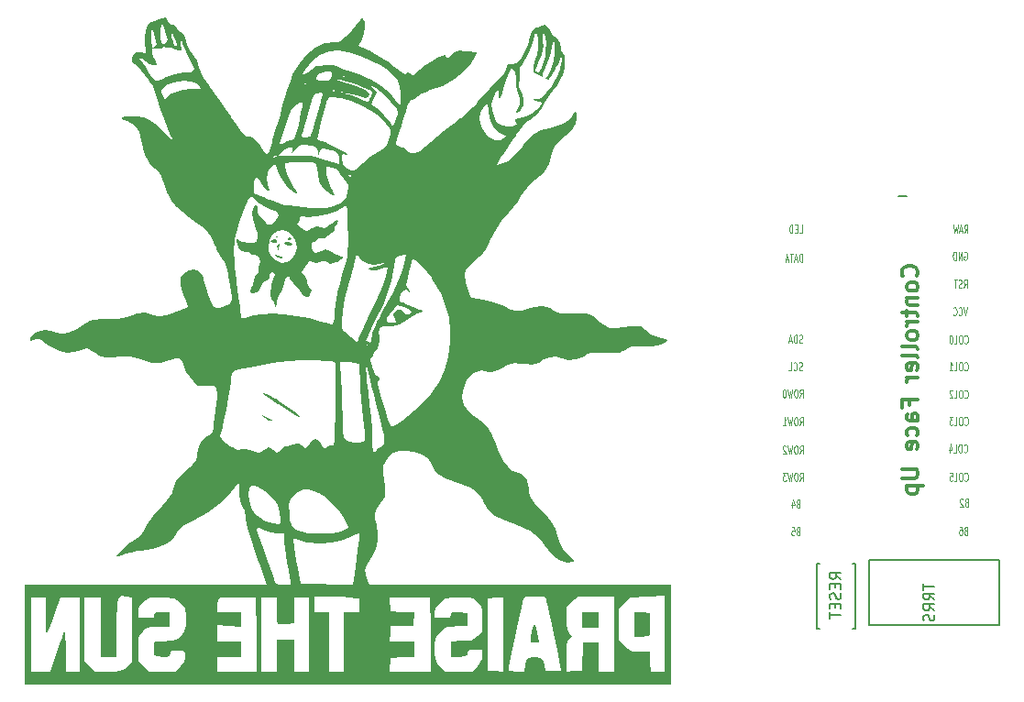
<source format=gbo>
G04 #@! TF.GenerationSoftware,KiCad,Pcbnew,(6.0.4)*
G04 #@! TF.CreationDate,2022-04-21T21:54:51+02:00*
G04 #@! TF.ProjectId,ferris-sweep-compact,66657272-6973-42d7-9377-6565702d636f,0.1*
G04 #@! TF.SameCoordinates,Original*
G04 #@! TF.FileFunction,Legend,Bot*
G04 #@! TF.FilePolarity,Positive*
%FSLAX46Y46*%
G04 Gerber Fmt 4.6, Leading zero omitted, Abs format (unit mm)*
G04 Created by KiCad (PCBNEW (6.0.4)) date 2022-04-21 21:54:51*
%MOMM*%
%LPD*%
G01*
G04 APERTURE LIST*
%ADD10C,0.300000*%
%ADD11C,0.125000*%
%ADD12C,0.150000*%
G04 APERTURE END LIST*
D10*
X134393714Y-48086571D02*
X134465142Y-48015142D01*
X134536571Y-47800857D01*
X134536571Y-47658000D01*
X134465142Y-47443714D01*
X134322285Y-47300857D01*
X134179428Y-47229428D01*
X133893714Y-47158000D01*
X133679428Y-47158000D01*
X133393714Y-47229428D01*
X133250857Y-47300857D01*
X133108000Y-47443714D01*
X133036571Y-47658000D01*
X133036571Y-47800857D01*
X133108000Y-48015142D01*
X133179428Y-48086571D01*
X134536571Y-48943714D02*
X134465142Y-48800857D01*
X134393714Y-48729428D01*
X134250857Y-48658000D01*
X133822285Y-48658000D01*
X133679428Y-48729428D01*
X133608000Y-48800857D01*
X133536571Y-48943714D01*
X133536571Y-49158000D01*
X133608000Y-49300857D01*
X133679428Y-49372285D01*
X133822285Y-49443714D01*
X134250857Y-49443714D01*
X134393714Y-49372285D01*
X134465142Y-49300857D01*
X134536571Y-49158000D01*
X134536571Y-48943714D01*
X133536571Y-50086571D02*
X134536571Y-50086571D01*
X133679428Y-50086571D02*
X133608000Y-50158000D01*
X133536571Y-50300857D01*
X133536571Y-50515142D01*
X133608000Y-50658000D01*
X133750857Y-50729428D01*
X134536571Y-50729428D01*
X133536571Y-51229428D02*
X133536571Y-51800857D01*
X133036571Y-51443714D02*
X134322285Y-51443714D01*
X134465142Y-51515142D01*
X134536571Y-51658000D01*
X134536571Y-51800857D01*
X134536571Y-52300857D02*
X133536571Y-52300857D01*
X133822285Y-52300857D02*
X133679428Y-52372285D01*
X133608000Y-52443714D01*
X133536571Y-52586571D01*
X133536571Y-52729428D01*
X134536571Y-53443714D02*
X134465142Y-53300857D01*
X134393714Y-53229428D01*
X134250857Y-53158000D01*
X133822285Y-53158000D01*
X133679428Y-53229428D01*
X133608000Y-53300857D01*
X133536571Y-53443714D01*
X133536571Y-53658000D01*
X133608000Y-53800857D01*
X133679428Y-53872285D01*
X133822285Y-53943714D01*
X134250857Y-53943714D01*
X134393714Y-53872285D01*
X134465142Y-53800857D01*
X134536571Y-53658000D01*
X134536571Y-53443714D01*
X134536571Y-54800857D02*
X134465142Y-54658000D01*
X134322285Y-54586571D01*
X133036571Y-54586571D01*
X134536571Y-55586571D02*
X134465142Y-55443714D01*
X134322285Y-55372285D01*
X133036571Y-55372285D01*
X134465142Y-56729428D02*
X134536571Y-56586571D01*
X134536571Y-56300857D01*
X134465142Y-56158000D01*
X134322285Y-56086571D01*
X133750857Y-56086571D01*
X133608000Y-56158000D01*
X133536571Y-56300857D01*
X133536571Y-56586571D01*
X133608000Y-56729428D01*
X133750857Y-56800857D01*
X133893714Y-56800857D01*
X134036571Y-56086571D01*
X134536571Y-57443714D02*
X133536571Y-57443714D01*
X133822285Y-57443714D02*
X133679428Y-57515142D01*
X133608000Y-57586571D01*
X133536571Y-57729428D01*
X133536571Y-57872285D01*
X133750857Y-60015142D02*
X133750857Y-59515142D01*
X134536571Y-59515142D02*
X133036571Y-59515142D01*
X133036571Y-60229428D01*
X134536571Y-61443714D02*
X133750857Y-61443714D01*
X133608000Y-61372285D01*
X133536571Y-61229428D01*
X133536571Y-60943714D01*
X133608000Y-60800857D01*
X134465142Y-61443714D02*
X134536571Y-61300857D01*
X134536571Y-60943714D01*
X134465142Y-60800857D01*
X134322285Y-60729428D01*
X134179428Y-60729428D01*
X134036571Y-60800857D01*
X133965142Y-60943714D01*
X133965142Y-61300857D01*
X133893714Y-61443714D01*
X134465142Y-62800857D02*
X134536571Y-62658000D01*
X134536571Y-62372285D01*
X134465142Y-62229428D01*
X134393714Y-62158000D01*
X134250857Y-62086571D01*
X133822285Y-62086571D01*
X133679428Y-62158000D01*
X133608000Y-62229428D01*
X133536571Y-62372285D01*
X133536571Y-62658000D01*
X133608000Y-62800857D01*
X134465142Y-64015142D02*
X134536571Y-63872285D01*
X134536571Y-63586571D01*
X134465142Y-63443714D01*
X134322285Y-63372285D01*
X133750857Y-63372285D01*
X133608000Y-63443714D01*
X133536571Y-63586571D01*
X133536571Y-63872285D01*
X133608000Y-64015142D01*
X133750857Y-64086571D01*
X133893714Y-64086571D01*
X134036571Y-63372285D01*
X133036571Y-65872285D02*
X134250857Y-65872285D01*
X134393714Y-65943714D01*
X134465142Y-66015142D01*
X134536571Y-66158000D01*
X134536571Y-66443714D01*
X134465142Y-66586571D01*
X134393714Y-66658000D01*
X134250857Y-66729428D01*
X133036571Y-66729428D01*
X133536571Y-67443714D02*
X135036571Y-67443714D01*
X133608000Y-67443714D02*
X133536571Y-67586571D01*
X133536571Y-67872285D01*
X133608000Y-68015142D01*
X133679428Y-68086571D01*
X133822285Y-68158000D01*
X134250857Y-68158000D01*
X134393714Y-68086571D01*
X134465142Y-68015142D01*
X134536571Y-67872285D01*
X134536571Y-67586571D01*
X134465142Y-67443714D01*
X83242571Y-54288000D02*
X83387714Y-54215428D01*
X83605428Y-54215428D01*
X83823142Y-54288000D01*
X83968285Y-54433142D01*
X84040857Y-54578285D01*
X84113428Y-54868571D01*
X84113428Y-55086285D01*
X84040857Y-55376571D01*
X83968285Y-55521714D01*
X83823142Y-55666857D01*
X83605428Y-55739428D01*
X83460285Y-55739428D01*
X83242571Y-55666857D01*
X83170000Y-55594285D01*
X83170000Y-55086285D01*
X83460285Y-55086285D01*
X82299142Y-54215428D02*
X82299142Y-54578285D01*
X82662000Y-54433142D02*
X82299142Y-54578285D01*
X81936285Y-54433142D01*
X82516857Y-54868571D02*
X82299142Y-54578285D01*
X82081428Y-54868571D01*
X81138000Y-54215428D02*
X81138000Y-54578285D01*
X81500857Y-54433142D02*
X81138000Y-54578285D01*
X80775142Y-54433142D01*
X81355714Y-54868571D02*
X81138000Y-54578285D01*
X80920285Y-54868571D01*
X79976857Y-54215428D02*
X79976857Y-54578285D01*
X80339714Y-54433142D02*
X79976857Y-54578285D01*
X79614000Y-54433142D01*
X80194571Y-54868571D02*
X79976857Y-54578285D01*
X79759142Y-54868571D01*
D11*
X139094166Y-50964785D02*
X138927500Y-51714785D01*
X138760833Y-50964785D01*
X138308452Y-51643357D02*
X138332261Y-51679071D01*
X138403690Y-51714785D01*
X138451309Y-51714785D01*
X138522738Y-51679071D01*
X138570357Y-51607642D01*
X138594166Y-51536214D01*
X138617976Y-51393357D01*
X138617976Y-51286214D01*
X138594166Y-51143357D01*
X138570357Y-51071928D01*
X138522738Y-51000500D01*
X138451309Y-50964785D01*
X138403690Y-50964785D01*
X138332261Y-51000500D01*
X138308452Y-51036214D01*
X137808452Y-51643357D02*
X137832261Y-51679071D01*
X137903690Y-51714785D01*
X137951309Y-51714785D01*
X138022738Y-51679071D01*
X138070357Y-51607642D01*
X138094166Y-51536214D01*
X138117976Y-51393357D01*
X138117976Y-51286214D01*
X138094166Y-51143357D01*
X138070357Y-51071928D01*
X138022738Y-51000500D01*
X137951309Y-50964785D01*
X137903690Y-50964785D01*
X137832261Y-51000500D01*
X137808452Y-51036214D01*
X138764809Y-49174785D02*
X138931476Y-48817642D01*
X139050523Y-49174785D02*
X139050523Y-48424785D01*
X138860047Y-48424785D01*
X138812428Y-48460500D01*
X138788619Y-48496214D01*
X138764809Y-48567642D01*
X138764809Y-48674785D01*
X138788619Y-48746214D01*
X138812428Y-48781928D01*
X138860047Y-48817642D01*
X139050523Y-48817642D01*
X138574333Y-49139071D02*
X138502904Y-49174785D01*
X138383857Y-49174785D01*
X138336238Y-49139071D01*
X138312428Y-49103357D01*
X138288619Y-49031928D01*
X138288619Y-48960500D01*
X138312428Y-48889071D01*
X138336238Y-48853357D01*
X138383857Y-48817642D01*
X138479095Y-48781928D01*
X138526714Y-48746214D01*
X138550523Y-48710500D01*
X138574333Y-48639071D01*
X138574333Y-48567642D01*
X138550523Y-48496214D01*
X138526714Y-48460500D01*
X138479095Y-48424785D01*
X138360047Y-48424785D01*
X138288619Y-48460500D01*
X138145761Y-48424785D02*
X137860047Y-48424785D01*
X138002904Y-49174785D02*
X138002904Y-48424785D01*
X138808452Y-45857000D02*
X138856071Y-45821285D01*
X138927500Y-45821285D01*
X138998928Y-45857000D01*
X139046547Y-45928428D01*
X139070357Y-45999857D01*
X139094166Y-46142714D01*
X139094166Y-46249857D01*
X139070357Y-46392714D01*
X139046547Y-46464142D01*
X138998928Y-46535571D01*
X138927500Y-46571285D01*
X138879880Y-46571285D01*
X138808452Y-46535571D01*
X138784642Y-46499857D01*
X138784642Y-46249857D01*
X138879880Y-46249857D01*
X138570357Y-46571285D02*
X138570357Y-45821285D01*
X138284642Y-46571285D01*
X138284642Y-45821285D01*
X138046547Y-46571285D02*
X138046547Y-45821285D01*
X137927500Y-45821285D01*
X137856071Y-45857000D01*
X137808452Y-45928428D01*
X137784642Y-45999857D01*
X137760833Y-46142714D01*
X137760833Y-46249857D01*
X137784642Y-46392714D01*
X137808452Y-46464142D01*
X137856071Y-46535571D01*
X137927500Y-46571285D01*
X138046547Y-46571285D01*
X138836238Y-44094785D02*
X139002904Y-43737642D01*
X139121952Y-44094785D02*
X139121952Y-43344785D01*
X138931476Y-43344785D01*
X138883857Y-43380500D01*
X138860047Y-43416214D01*
X138836238Y-43487642D01*
X138836238Y-43594785D01*
X138860047Y-43666214D01*
X138883857Y-43701928D01*
X138931476Y-43737642D01*
X139121952Y-43737642D01*
X138645761Y-43880500D02*
X138407666Y-43880500D01*
X138693380Y-44094785D02*
X138526714Y-43344785D01*
X138360047Y-44094785D01*
X138241000Y-43344785D02*
X138121952Y-44094785D01*
X138026714Y-43559071D01*
X137931476Y-44094785D01*
X137812428Y-43344785D01*
D12*
X133521505Y-40715428D02*
X132759601Y-40715428D01*
D11*
X123572428Y-44094785D02*
X123810523Y-44094785D01*
X123810523Y-43344785D01*
X123405761Y-43701928D02*
X123239095Y-43701928D01*
X123167666Y-44094785D02*
X123405761Y-44094785D01*
X123405761Y-43344785D01*
X123167666Y-43344785D01*
X122953380Y-44094785D02*
X122953380Y-43344785D01*
X122834333Y-43344785D01*
X122762904Y-43380500D01*
X122715285Y-43451928D01*
X122691476Y-43523357D01*
X122667666Y-43666214D01*
X122667666Y-43773357D01*
X122691476Y-43916214D01*
X122715285Y-43987642D01*
X122762904Y-44059071D01*
X122834333Y-44094785D01*
X122953380Y-44094785D01*
X123850000Y-46739285D02*
X123850000Y-45989285D01*
X123730952Y-45989285D01*
X123659523Y-46025000D01*
X123611904Y-46096428D01*
X123588095Y-46167857D01*
X123564285Y-46310714D01*
X123564285Y-46417857D01*
X123588095Y-46560714D01*
X123611904Y-46632142D01*
X123659523Y-46703571D01*
X123730952Y-46739285D01*
X123850000Y-46739285D01*
X123373809Y-46525000D02*
X123135714Y-46525000D01*
X123421428Y-46739285D02*
X123254761Y-45989285D01*
X123088095Y-46739285D01*
X122992857Y-45989285D02*
X122707142Y-45989285D01*
X122850000Y-46739285D02*
X122850000Y-45989285D01*
X122564285Y-46525000D02*
X122326190Y-46525000D01*
X122611904Y-46739285D02*
X122445238Y-45989285D01*
X122278571Y-46739285D01*
X138847619Y-61767857D02*
X138871428Y-61803571D01*
X138942857Y-61839285D01*
X138990476Y-61839285D01*
X139061904Y-61803571D01*
X139109523Y-61732142D01*
X139133333Y-61660714D01*
X139157142Y-61517857D01*
X139157142Y-61410714D01*
X139133333Y-61267857D01*
X139109523Y-61196428D01*
X139061904Y-61125000D01*
X138990476Y-61089285D01*
X138942857Y-61089285D01*
X138871428Y-61125000D01*
X138847619Y-61160714D01*
X138538095Y-61089285D02*
X138442857Y-61089285D01*
X138395238Y-61125000D01*
X138347619Y-61196428D01*
X138323809Y-61339285D01*
X138323809Y-61589285D01*
X138347619Y-61732142D01*
X138395238Y-61803571D01*
X138442857Y-61839285D01*
X138538095Y-61839285D01*
X138585714Y-61803571D01*
X138633333Y-61732142D01*
X138657142Y-61589285D01*
X138657142Y-61339285D01*
X138633333Y-61196428D01*
X138585714Y-61125000D01*
X138538095Y-61089285D01*
X137871428Y-61839285D02*
X138109523Y-61839285D01*
X138109523Y-61089285D01*
X137752380Y-61089285D02*
X137442857Y-61089285D01*
X137609523Y-61375000D01*
X137538095Y-61375000D01*
X137490476Y-61410714D01*
X137466666Y-61446428D01*
X137442857Y-61517857D01*
X137442857Y-61696428D01*
X137466666Y-61767857D01*
X137490476Y-61803571D01*
X137538095Y-61839285D01*
X137680952Y-61839285D01*
X137728571Y-61803571D01*
X137752380Y-61767857D01*
X123630952Y-59271285D02*
X123797619Y-58914142D01*
X123916666Y-59271285D02*
X123916666Y-58521285D01*
X123726190Y-58521285D01*
X123678571Y-58557000D01*
X123654761Y-58592714D01*
X123630952Y-58664142D01*
X123630952Y-58771285D01*
X123654761Y-58842714D01*
X123678571Y-58878428D01*
X123726190Y-58914142D01*
X123916666Y-58914142D01*
X123321428Y-58521285D02*
X123226190Y-58521285D01*
X123178571Y-58557000D01*
X123130952Y-58628428D01*
X123107142Y-58771285D01*
X123107142Y-59021285D01*
X123130952Y-59164142D01*
X123178571Y-59235571D01*
X123226190Y-59271285D01*
X123321428Y-59271285D01*
X123369047Y-59235571D01*
X123416666Y-59164142D01*
X123440476Y-59021285D01*
X123440476Y-58771285D01*
X123416666Y-58628428D01*
X123369047Y-58557000D01*
X123321428Y-58521285D01*
X122940476Y-58521285D02*
X122821428Y-59271285D01*
X122726190Y-58735571D01*
X122630952Y-59271285D01*
X122511904Y-58521285D01*
X122226190Y-58521285D02*
X122178571Y-58521285D01*
X122130952Y-58557000D01*
X122107142Y-58592714D01*
X122083333Y-58664142D01*
X122059523Y-58807000D01*
X122059523Y-58985571D01*
X122083333Y-59128428D01*
X122107142Y-59199857D01*
X122130952Y-59235571D01*
X122178571Y-59271285D01*
X122226190Y-59271285D01*
X122273809Y-59235571D01*
X122297619Y-59199857D01*
X122321428Y-59128428D01*
X122345238Y-58985571D01*
X122345238Y-58807000D01*
X122321428Y-58664142D01*
X122297619Y-58592714D01*
X122273809Y-58557000D01*
X122226190Y-58521285D01*
X138847619Y-59267857D02*
X138871428Y-59303571D01*
X138942857Y-59339285D01*
X138990476Y-59339285D01*
X139061904Y-59303571D01*
X139109523Y-59232142D01*
X139133333Y-59160714D01*
X139157142Y-59017857D01*
X139157142Y-58910714D01*
X139133333Y-58767857D01*
X139109523Y-58696428D01*
X139061904Y-58625000D01*
X138990476Y-58589285D01*
X138942857Y-58589285D01*
X138871428Y-58625000D01*
X138847619Y-58660714D01*
X138538095Y-58589285D02*
X138442857Y-58589285D01*
X138395238Y-58625000D01*
X138347619Y-58696428D01*
X138323809Y-58839285D01*
X138323809Y-59089285D01*
X138347619Y-59232142D01*
X138395238Y-59303571D01*
X138442857Y-59339285D01*
X138538095Y-59339285D01*
X138585714Y-59303571D01*
X138633333Y-59232142D01*
X138657142Y-59089285D01*
X138657142Y-58839285D01*
X138633333Y-58696428D01*
X138585714Y-58625000D01*
X138538095Y-58589285D01*
X137871428Y-59339285D02*
X138109523Y-59339285D01*
X138109523Y-58589285D01*
X137728571Y-58660714D02*
X137704761Y-58625000D01*
X137657142Y-58589285D01*
X137538095Y-58589285D01*
X137490476Y-58625000D01*
X137466666Y-58660714D01*
X137442857Y-58732142D01*
X137442857Y-58803571D01*
X137466666Y-58910714D01*
X137752380Y-59339285D01*
X137442857Y-59339285D01*
X123846238Y-56759071D02*
X123774809Y-56794785D01*
X123655761Y-56794785D01*
X123608142Y-56759071D01*
X123584333Y-56723357D01*
X123560523Y-56651928D01*
X123560523Y-56580500D01*
X123584333Y-56509071D01*
X123608142Y-56473357D01*
X123655761Y-56437642D01*
X123751000Y-56401928D01*
X123798619Y-56366214D01*
X123822428Y-56330500D01*
X123846238Y-56259071D01*
X123846238Y-56187642D01*
X123822428Y-56116214D01*
X123798619Y-56080500D01*
X123751000Y-56044785D01*
X123631952Y-56044785D01*
X123560523Y-56080500D01*
X123060523Y-56723357D02*
X123084333Y-56759071D01*
X123155761Y-56794785D01*
X123203380Y-56794785D01*
X123274809Y-56759071D01*
X123322428Y-56687642D01*
X123346238Y-56616214D01*
X123370047Y-56473357D01*
X123370047Y-56366214D01*
X123346238Y-56223357D01*
X123322428Y-56151928D01*
X123274809Y-56080500D01*
X123203380Y-56044785D01*
X123155761Y-56044785D01*
X123084333Y-56080500D01*
X123060523Y-56116214D01*
X122608142Y-56794785D02*
X122846238Y-56794785D01*
X122846238Y-56044785D01*
X138847619Y-56723357D02*
X138871428Y-56759071D01*
X138942857Y-56794785D01*
X138990476Y-56794785D01*
X139061904Y-56759071D01*
X139109523Y-56687642D01*
X139133333Y-56616214D01*
X139157142Y-56473357D01*
X139157142Y-56366214D01*
X139133333Y-56223357D01*
X139109523Y-56151928D01*
X139061904Y-56080500D01*
X138990476Y-56044785D01*
X138942857Y-56044785D01*
X138871428Y-56080500D01*
X138847619Y-56116214D01*
X138538095Y-56044785D02*
X138442857Y-56044785D01*
X138395238Y-56080500D01*
X138347619Y-56151928D01*
X138323809Y-56294785D01*
X138323809Y-56544785D01*
X138347619Y-56687642D01*
X138395238Y-56759071D01*
X138442857Y-56794785D01*
X138538095Y-56794785D01*
X138585714Y-56759071D01*
X138633333Y-56687642D01*
X138657142Y-56544785D01*
X138657142Y-56294785D01*
X138633333Y-56151928D01*
X138585714Y-56080500D01*
X138538095Y-56044785D01*
X137871428Y-56794785D02*
X138109523Y-56794785D01*
X138109523Y-56044785D01*
X137442857Y-56794785D02*
X137728571Y-56794785D01*
X137585714Y-56794785D02*
X137585714Y-56044785D01*
X137633333Y-56151928D01*
X137680952Y-56223357D01*
X137728571Y-56259071D01*
X123858142Y-54219071D02*
X123786714Y-54254785D01*
X123667666Y-54254785D01*
X123620047Y-54219071D01*
X123596238Y-54183357D01*
X123572428Y-54111928D01*
X123572428Y-54040500D01*
X123596238Y-53969071D01*
X123620047Y-53933357D01*
X123667666Y-53897642D01*
X123762904Y-53861928D01*
X123810523Y-53826214D01*
X123834333Y-53790500D01*
X123858142Y-53719071D01*
X123858142Y-53647642D01*
X123834333Y-53576214D01*
X123810523Y-53540500D01*
X123762904Y-53504785D01*
X123643857Y-53504785D01*
X123572428Y-53540500D01*
X123358142Y-54254785D02*
X123358142Y-53504785D01*
X123239095Y-53504785D01*
X123167666Y-53540500D01*
X123120047Y-53611928D01*
X123096238Y-53683357D01*
X123072428Y-53826214D01*
X123072428Y-53933357D01*
X123096238Y-54076214D01*
X123120047Y-54147642D01*
X123167666Y-54219071D01*
X123239095Y-54254785D01*
X123358142Y-54254785D01*
X122881952Y-54040500D02*
X122643857Y-54040500D01*
X122929571Y-54254785D02*
X122762904Y-53504785D01*
X122596238Y-54254785D01*
X138847619Y-54217857D02*
X138871428Y-54253571D01*
X138942857Y-54289285D01*
X138990476Y-54289285D01*
X139061904Y-54253571D01*
X139109523Y-54182142D01*
X139133333Y-54110714D01*
X139157142Y-53967857D01*
X139157142Y-53860714D01*
X139133333Y-53717857D01*
X139109523Y-53646428D01*
X139061904Y-53575000D01*
X138990476Y-53539285D01*
X138942857Y-53539285D01*
X138871428Y-53575000D01*
X138847619Y-53610714D01*
X138538095Y-53539285D02*
X138442857Y-53539285D01*
X138395238Y-53575000D01*
X138347619Y-53646428D01*
X138323809Y-53789285D01*
X138323809Y-54039285D01*
X138347619Y-54182142D01*
X138395238Y-54253571D01*
X138442857Y-54289285D01*
X138538095Y-54289285D01*
X138585714Y-54253571D01*
X138633333Y-54182142D01*
X138657142Y-54039285D01*
X138657142Y-53789285D01*
X138633333Y-53646428D01*
X138585714Y-53575000D01*
X138538095Y-53539285D01*
X137871428Y-54289285D02*
X138109523Y-54289285D01*
X138109523Y-53539285D01*
X137609523Y-53539285D02*
X137561904Y-53539285D01*
X137514285Y-53575000D01*
X137490476Y-53610714D01*
X137466666Y-53682142D01*
X137442857Y-53825000D01*
X137442857Y-54003571D01*
X137466666Y-54146428D01*
X137490476Y-54217857D01*
X137514285Y-54253571D01*
X137561904Y-54289285D01*
X137609523Y-54289285D01*
X137657142Y-54253571D01*
X137680952Y-54217857D01*
X137704761Y-54146428D01*
X137728571Y-54003571D01*
X137728571Y-53825000D01*
X137704761Y-53682142D01*
X137680952Y-53610714D01*
X137657142Y-53575000D01*
X137609523Y-53539285D01*
X138947380Y-71578428D02*
X138875952Y-71614142D01*
X138852142Y-71649857D01*
X138828333Y-71721285D01*
X138828333Y-71828428D01*
X138852142Y-71899857D01*
X138875952Y-71935571D01*
X138923571Y-71971285D01*
X139114047Y-71971285D01*
X139114047Y-71221285D01*
X138947380Y-71221285D01*
X138899761Y-71257000D01*
X138875952Y-71292714D01*
X138852142Y-71364142D01*
X138852142Y-71435571D01*
X138875952Y-71507000D01*
X138899761Y-71542714D01*
X138947380Y-71578428D01*
X139114047Y-71578428D01*
X138399761Y-71221285D02*
X138495000Y-71221285D01*
X138542619Y-71257000D01*
X138566428Y-71292714D01*
X138614047Y-71399857D01*
X138637857Y-71542714D01*
X138637857Y-71828428D01*
X138614047Y-71899857D01*
X138590238Y-71935571D01*
X138542619Y-71971285D01*
X138447380Y-71971285D01*
X138399761Y-71935571D01*
X138375952Y-71899857D01*
X138352142Y-71828428D01*
X138352142Y-71649857D01*
X138375952Y-71578428D01*
X138399761Y-71542714D01*
X138447380Y-71507000D01*
X138542619Y-71507000D01*
X138590238Y-71542714D01*
X138614047Y-71578428D01*
X138637857Y-71649857D01*
X123453380Y-71641928D02*
X123381952Y-71677642D01*
X123358142Y-71713357D01*
X123334333Y-71784785D01*
X123334333Y-71891928D01*
X123358142Y-71963357D01*
X123381952Y-71999071D01*
X123429571Y-72034785D01*
X123620047Y-72034785D01*
X123620047Y-71284785D01*
X123453380Y-71284785D01*
X123405761Y-71320500D01*
X123381952Y-71356214D01*
X123358142Y-71427642D01*
X123358142Y-71499071D01*
X123381952Y-71570500D01*
X123405761Y-71606214D01*
X123453380Y-71641928D01*
X123620047Y-71641928D01*
X122881952Y-71284785D02*
X123120047Y-71284785D01*
X123143857Y-71641928D01*
X123120047Y-71606214D01*
X123072428Y-71570500D01*
X122953380Y-71570500D01*
X122905761Y-71606214D01*
X122881952Y-71641928D01*
X122858142Y-71713357D01*
X122858142Y-71891928D01*
X122881952Y-71963357D01*
X122905761Y-71999071D01*
X122953380Y-72034785D01*
X123072428Y-72034785D01*
X123120047Y-71999071D01*
X123143857Y-71963357D01*
X123453380Y-69101928D02*
X123381952Y-69137642D01*
X123358142Y-69173357D01*
X123334333Y-69244785D01*
X123334333Y-69351928D01*
X123358142Y-69423357D01*
X123381952Y-69459071D01*
X123429571Y-69494785D01*
X123620047Y-69494785D01*
X123620047Y-68744785D01*
X123453380Y-68744785D01*
X123405761Y-68780500D01*
X123381952Y-68816214D01*
X123358142Y-68887642D01*
X123358142Y-68959071D01*
X123381952Y-69030500D01*
X123405761Y-69066214D01*
X123453380Y-69101928D01*
X123620047Y-69101928D01*
X122905761Y-68994785D02*
X122905761Y-69494785D01*
X123024809Y-68709071D02*
X123143857Y-69244785D01*
X122834333Y-69244785D01*
X139010880Y-68974928D02*
X138939452Y-69010642D01*
X138915642Y-69046357D01*
X138891833Y-69117785D01*
X138891833Y-69224928D01*
X138915642Y-69296357D01*
X138939452Y-69332071D01*
X138987071Y-69367785D01*
X139177547Y-69367785D01*
X139177547Y-68617785D01*
X139010880Y-68617785D01*
X138963261Y-68653500D01*
X138939452Y-68689214D01*
X138915642Y-68760642D01*
X138915642Y-68832071D01*
X138939452Y-68903500D01*
X138963261Y-68939214D01*
X139010880Y-68974928D01*
X139177547Y-68974928D01*
X138701357Y-68689214D02*
X138677547Y-68653500D01*
X138629928Y-68617785D01*
X138510880Y-68617785D01*
X138463261Y-68653500D01*
X138439452Y-68689214D01*
X138415642Y-68760642D01*
X138415642Y-68832071D01*
X138439452Y-68939214D01*
X138725166Y-69367785D01*
X138415642Y-69367785D01*
X123630952Y-66989285D02*
X123797619Y-66632142D01*
X123916666Y-66989285D02*
X123916666Y-66239285D01*
X123726190Y-66239285D01*
X123678571Y-66275000D01*
X123654761Y-66310714D01*
X123630952Y-66382142D01*
X123630952Y-66489285D01*
X123654761Y-66560714D01*
X123678571Y-66596428D01*
X123726190Y-66632142D01*
X123916666Y-66632142D01*
X123321428Y-66239285D02*
X123226190Y-66239285D01*
X123178571Y-66275000D01*
X123130952Y-66346428D01*
X123107142Y-66489285D01*
X123107142Y-66739285D01*
X123130952Y-66882142D01*
X123178571Y-66953571D01*
X123226190Y-66989285D01*
X123321428Y-66989285D01*
X123369047Y-66953571D01*
X123416666Y-66882142D01*
X123440476Y-66739285D01*
X123440476Y-66489285D01*
X123416666Y-66346428D01*
X123369047Y-66275000D01*
X123321428Y-66239285D01*
X122940476Y-66239285D02*
X122821428Y-66989285D01*
X122726190Y-66453571D01*
X122630952Y-66989285D01*
X122511904Y-66239285D01*
X122369047Y-66239285D02*
X122059523Y-66239285D01*
X122226190Y-66525000D01*
X122154761Y-66525000D01*
X122107142Y-66560714D01*
X122083333Y-66596428D01*
X122059523Y-66667857D01*
X122059523Y-66846428D01*
X122083333Y-66917857D01*
X122107142Y-66953571D01*
X122154761Y-66989285D01*
X122297619Y-66989285D01*
X122345238Y-66953571D01*
X122369047Y-66917857D01*
X138847619Y-66917857D02*
X138871428Y-66953571D01*
X138942857Y-66989285D01*
X138990476Y-66989285D01*
X139061904Y-66953571D01*
X139109523Y-66882142D01*
X139133333Y-66810714D01*
X139157142Y-66667857D01*
X139157142Y-66560714D01*
X139133333Y-66417857D01*
X139109523Y-66346428D01*
X139061904Y-66275000D01*
X138990476Y-66239285D01*
X138942857Y-66239285D01*
X138871428Y-66275000D01*
X138847619Y-66310714D01*
X138538095Y-66239285D02*
X138442857Y-66239285D01*
X138395238Y-66275000D01*
X138347619Y-66346428D01*
X138323809Y-66489285D01*
X138323809Y-66739285D01*
X138347619Y-66882142D01*
X138395238Y-66953571D01*
X138442857Y-66989285D01*
X138538095Y-66989285D01*
X138585714Y-66953571D01*
X138633333Y-66882142D01*
X138657142Y-66739285D01*
X138657142Y-66489285D01*
X138633333Y-66346428D01*
X138585714Y-66275000D01*
X138538095Y-66239285D01*
X137871428Y-66989285D02*
X138109523Y-66989285D01*
X138109523Y-66239285D01*
X137466666Y-66239285D02*
X137704761Y-66239285D01*
X137728571Y-66596428D01*
X137704761Y-66560714D01*
X137657142Y-66525000D01*
X137538095Y-66525000D01*
X137490476Y-66560714D01*
X137466666Y-66596428D01*
X137442857Y-66667857D01*
X137442857Y-66846428D01*
X137466666Y-66917857D01*
X137490476Y-66953571D01*
X137538095Y-66989285D01*
X137657142Y-66989285D01*
X137704761Y-66953571D01*
X137728571Y-66917857D01*
X123630952Y-64478285D02*
X123797619Y-64121142D01*
X123916666Y-64478285D02*
X123916666Y-63728285D01*
X123726190Y-63728285D01*
X123678571Y-63764000D01*
X123654761Y-63799714D01*
X123630952Y-63871142D01*
X123630952Y-63978285D01*
X123654761Y-64049714D01*
X123678571Y-64085428D01*
X123726190Y-64121142D01*
X123916666Y-64121142D01*
X123321428Y-63728285D02*
X123226190Y-63728285D01*
X123178571Y-63764000D01*
X123130952Y-63835428D01*
X123107142Y-63978285D01*
X123107142Y-64228285D01*
X123130952Y-64371142D01*
X123178571Y-64442571D01*
X123226190Y-64478285D01*
X123321428Y-64478285D01*
X123369047Y-64442571D01*
X123416666Y-64371142D01*
X123440476Y-64228285D01*
X123440476Y-63978285D01*
X123416666Y-63835428D01*
X123369047Y-63764000D01*
X123321428Y-63728285D01*
X122940476Y-63728285D02*
X122821428Y-64478285D01*
X122726190Y-63942571D01*
X122630952Y-64478285D01*
X122511904Y-63728285D01*
X122345238Y-63799714D02*
X122321428Y-63764000D01*
X122273809Y-63728285D01*
X122154761Y-63728285D01*
X122107142Y-63764000D01*
X122083333Y-63799714D01*
X122059523Y-63871142D01*
X122059523Y-63942571D01*
X122083333Y-64049714D01*
X122369047Y-64478285D01*
X122059523Y-64478285D01*
X138797619Y-64279857D02*
X138821428Y-64315571D01*
X138892857Y-64351285D01*
X138940476Y-64351285D01*
X139011904Y-64315571D01*
X139059523Y-64244142D01*
X139083333Y-64172714D01*
X139107142Y-64029857D01*
X139107142Y-63922714D01*
X139083333Y-63779857D01*
X139059523Y-63708428D01*
X139011904Y-63637000D01*
X138940476Y-63601285D01*
X138892857Y-63601285D01*
X138821428Y-63637000D01*
X138797619Y-63672714D01*
X138488095Y-63601285D02*
X138392857Y-63601285D01*
X138345238Y-63637000D01*
X138297619Y-63708428D01*
X138273809Y-63851285D01*
X138273809Y-64101285D01*
X138297619Y-64244142D01*
X138345238Y-64315571D01*
X138392857Y-64351285D01*
X138488095Y-64351285D01*
X138535714Y-64315571D01*
X138583333Y-64244142D01*
X138607142Y-64101285D01*
X138607142Y-63851285D01*
X138583333Y-63708428D01*
X138535714Y-63637000D01*
X138488095Y-63601285D01*
X137821428Y-64351285D02*
X138059523Y-64351285D01*
X138059523Y-63601285D01*
X137440476Y-63851285D02*
X137440476Y-64351285D01*
X137559523Y-63565571D02*
X137678571Y-64101285D01*
X137369047Y-64101285D01*
X123630952Y-61874785D02*
X123797619Y-61517642D01*
X123916666Y-61874785D02*
X123916666Y-61124785D01*
X123726190Y-61124785D01*
X123678571Y-61160500D01*
X123654761Y-61196214D01*
X123630952Y-61267642D01*
X123630952Y-61374785D01*
X123654761Y-61446214D01*
X123678571Y-61481928D01*
X123726190Y-61517642D01*
X123916666Y-61517642D01*
X123321428Y-61124785D02*
X123226190Y-61124785D01*
X123178571Y-61160500D01*
X123130952Y-61231928D01*
X123107142Y-61374785D01*
X123107142Y-61624785D01*
X123130952Y-61767642D01*
X123178571Y-61839071D01*
X123226190Y-61874785D01*
X123321428Y-61874785D01*
X123369047Y-61839071D01*
X123416666Y-61767642D01*
X123440476Y-61624785D01*
X123440476Y-61374785D01*
X123416666Y-61231928D01*
X123369047Y-61160500D01*
X123321428Y-61124785D01*
X122940476Y-61124785D02*
X122821428Y-61874785D01*
X122726190Y-61339071D01*
X122630952Y-61874785D01*
X122511904Y-61124785D01*
X122059523Y-61874785D02*
X122345238Y-61874785D01*
X122202380Y-61874785D02*
X122202380Y-61124785D01*
X122250000Y-61231928D01*
X122297619Y-61303357D01*
X122345238Y-61339071D01*
D12*
X127422380Y-76060619D02*
X126946190Y-75727285D01*
X127422380Y-75489190D02*
X126422380Y-75489190D01*
X126422380Y-75870142D01*
X126470000Y-75965380D01*
X126517619Y-76013000D01*
X126612857Y-76060619D01*
X126755714Y-76060619D01*
X126850952Y-76013000D01*
X126898571Y-75965380D01*
X126946190Y-75870142D01*
X126946190Y-75489190D01*
X126898571Y-76489190D02*
X126898571Y-76822523D01*
X127422380Y-76965380D02*
X127422380Y-76489190D01*
X126422380Y-76489190D01*
X126422380Y-76965380D01*
X127374761Y-77346333D02*
X127422380Y-77489190D01*
X127422380Y-77727285D01*
X127374761Y-77822523D01*
X127327142Y-77870142D01*
X127231904Y-77917761D01*
X127136666Y-77917761D01*
X127041428Y-77870142D01*
X126993809Y-77822523D01*
X126946190Y-77727285D01*
X126898571Y-77536809D01*
X126850952Y-77441571D01*
X126803333Y-77393952D01*
X126708095Y-77346333D01*
X126612857Y-77346333D01*
X126517619Y-77393952D01*
X126470000Y-77441571D01*
X126422380Y-77536809D01*
X126422380Y-77774904D01*
X126470000Y-77917761D01*
X126898571Y-78346333D02*
X126898571Y-78679666D01*
X127422380Y-78822523D02*
X127422380Y-78346333D01*
X126422380Y-78346333D01*
X126422380Y-78822523D01*
X126422380Y-79108238D02*
X126422380Y-79679666D01*
X127422380Y-79393952D02*
X126422380Y-79393952D01*
X135058880Y-76492595D02*
X135058880Y-77064023D01*
X136058880Y-76778309D02*
X135058880Y-76778309D01*
X136058880Y-77968785D02*
X135582690Y-77635452D01*
X136058880Y-77397357D02*
X135058880Y-77397357D01*
X135058880Y-77778309D01*
X135106500Y-77873547D01*
X135154119Y-77921166D01*
X135249357Y-77968785D01*
X135392214Y-77968785D01*
X135487452Y-77921166D01*
X135535071Y-77873547D01*
X135582690Y-77778309D01*
X135582690Y-77397357D01*
X136058880Y-78968785D02*
X135582690Y-78635452D01*
X136058880Y-78397357D02*
X135058880Y-78397357D01*
X135058880Y-78778309D01*
X135106500Y-78873547D01*
X135154119Y-78921166D01*
X135249357Y-78968785D01*
X135392214Y-78968785D01*
X135487452Y-78921166D01*
X135535071Y-78873547D01*
X135582690Y-78778309D01*
X135582690Y-78397357D01*
X136011261Y-79349738D02*
X136058880Y-79492595D01*
X136058880Y-79730690D01*
X136011261Y-79825928D01*
X135963642Y-79873547D01*
X135868404Y-79921166D01*
X135773166Y-79921166D01*
X135677928Y-79873547D01*
X135630309Y-79825928D01*
X135582690Y-79730690D01*
X135535071Y-79540214D01*
X135487452Y-79444976D01*
X135439833Y-79397357D01*
X135344595Y-79349738D01*
X135249357Y-79349738D01*
X135154119Y-79397357D01*
X135106500Y-79444976D01*
X135058880Y-79540214D01*
X135058880Y-79778309D01*
X135106500Y-79921166D01*
G36*
X97042167Y-35603840D02*
G01*
X96651916Y-36155312D01*
X96287532Y-36705026D01*
X96018642Y-37148718D01*
X95632548Y-37842989D01*
X96018642Y-37748884D01*
X96692930Y-37458615D01*
X97364738Y-36904420D01*
X98001339Y-36100233D01*
X98088726Y-35970854D01*
X98580566Y-35344549D01*
X99091146Y-34910959D01*
X99700581Y-34615436D01*
X100488984Y-34403330D01*
X101020716Y-34275875D01*
X101704655Y-34027854D01*
X102199899Y-33708298D01*
X102554211Y-33291492D01*
X102762908Y-32995794D01*
X102917467Y-32891952D01*
X102998586Y-33041483D01*
X103022106Y-33449743D01*
X103021105Y-33515869D01*
X102943395Y-33971682D01*
X102718472Y-34394052D01*
X102313530Y-34829330D01*
X101695767Y-35323868D01*
X101393478Y-35564773D01*
X101045789Y-35954635D01*
X100826413Y-36425224D01*
X100681341Y-37069473D01*
X100500474Y-37711795D01*
X100065985Y-38415585D01*
X99602419Y-38815258D01*
X99398253Y-38991284D01*
X99182736Y-39146054D01*
X98788161Y-39512345D01*
X98458331Y-39912114D01*
X98369244Y-40020091D01*
X97881715Y-40719748D01*
X97586524Y-41149871D01*
X97162343Y-41722398D01*
X96763381Y-42215124D01*
X96447341Y-42554250D01*
X96076666Y-42969949D01*
X95639178Y-43631587D01*
X95241391Y-44377058D01*
X95161838Y-44526145D01*
X94870358Y-45102134D01*
X94595348Y-45589164D01*
X94344059Y-45944154D01*
X94120670Y-46177695D01*
X94072606Y-46227943D01*
X93737107Y-46501370D01*
X93164579Y-46998757D01*
X92813689Y-47483740D01*
X92676172Y-47992060D01*
X92729322Y-48570332D01*
X92752072Y-48668468D01*
X92901265Y-49201760D01*
X93068696Y-49660946D01*
X93228946Y-49983729D01*
X93356600Y-50107811D01*
X94372373Y-50217591D01*
X95404271Y-50469681D01*
X96291840Y-50835362D01*
X96307316Y-50843560D01*
X96947372Y-51143291D01*
X97464762Y-51279347D01*
X97938529Y-51261395D01*
X98447715Y-51099107D01*
X98667603Y-51025765D01*
X99176694Y-50920605D01*
X99707976Y-50870162D01*
X99854395Y-50867213D01*
X100278622Y-50888536D01*
X100567008Y-50982768D01*
X100821700Y-51178160D01*
X100897898Y-51247493D01*
X101065615Y-51368034D01*
X101271144Y-51444172D01*
X101571867Y-51486027D01*
X102025167Y-51503719D01*
X102688424Y-51507368D01*
X102835202Y-51507493D01*
X103462185Y-51514444D01*
X103891737Y-51538835D01*
X104182536Y-51590058D01*
X104393263Y-51677506D01*
X104582595Y-51810571D01*
X104709911Y-51912655D01*
X105243794Y-52335516D01*
X105627908Y-52619260D01*
X105910499Y-52788475D01*
X106139811Y-52867749D01*
X106364089Y-52881671D01*
X106631579Y-52854827D01*
X107365026Y-52762753D01*
X107994545Y-52693396D01*
X108444085Y-52664923D01*
X108758971Y-52679964D01*
X108984533Y-52741149D01*
X109166098Y-52851106D01*
X109348996Y-53012465D01*
X109425175Y-53083602D01*
X109493295Y-53138121D01*
X109866948Y-53437167D01*
X110307051Y-53646273D01*
X110876053Y-53776226D01*
X111224425Y-53853684D01*
X111411869Y-53971288D01*
X111339044Y-54128919D01*
X111009737Y-54342626D01*
X110800377Y-54436308D01*
X110460751Y-54516332D01*
X109993229Y-54550339D01*
X109328879Y-54546697D01*
X108894725Y-54538659D01*
X108420613Y-54548855D01*
X108080164Y-54597854D01*
X107793725Y-54699493D01*
X107481640Y-54867609D01*
X107226682Y-55009589D01*
X106956253Y-55119908D01*
X106657191Y-55171893D01*
X106250206Y-55177803D01*
X105656010Y-55149900D01*
X105120931Y-55123703D01*
X104691619Y-55125511D01*
X104369467Y-55174013D01*
X104069778Y-55282956D01*
X103707852Y-55466086D01*
X103700650Y-55469921D01*
X102943444Y-55771140D01*
X102266449Y-55832170D01*
X101685263Y-55651579D01*
X101661514Y-55638266D01*
X101110682Y-55468764D01*
X100505994Y-55544915D01*
X99827433Y-55869063D01*
X99510567Y-56057450D01*
X99180054Y-56198558D01*
X98846140Y-56235134D01*
X98381445Y-56195976D01*
X97808380Y-56136403D01*
X97317482Y-56121964D01*
X96919096Y-56179211D01*
X96521694Y-56322590D01*
X96033747Y-56566548D01*
X95876738Y-56649304D01*
X95465245Y-56850225D01*
X95174044Y-56942672D01*
X94916844Y-56945446D01*
X94607356Y-56877351D01*
X94243473Y-56801809D01*
X93923262Y-56828412D01*
X93555398Y-56991942D01*
X93269462Y-57188732D01*
X92840555Y-57708245D01*
X92560981Y-58382285D01*
X92461053Y-59151043D01*
X92461305Y-59213936D01*
X92496032Y-59661442D01*
X92623165Y-59993176D01*
X92890981Y-60342989D01*
X93120225Y-60580984D01*
X93557312Y-60978356D01*
X94012029Y-61343210D01*
X94127142Y-61429856D01*
X94528091Y-61773077D01*
X94852687Y-62147243D01*
X95137406Y-62609157D01*
X95418726Y-63215625D01*
X95448313Y-63291646D01*
X95733123Y-64023451D01*
X95853258Y-64334338D01*
X96224664Y-65112654D01*
X96631090Y-65672020D01*
X97103813Y-66048787D01*
X97674107Y-66279304D01*
X97925788Y-66360471D01*
X98224993Y-66554774D01*
X98420112Y-66884634D01*
X98427755Y-66903235D01*
X98557099Y-67330868D01*
X98610527Y-67725757D01*
X98632354Y-68046782D01*
X98792202Y-68567632D01*
X99134876Y-69073652D01*
X99693030Y-69622044D01*
X100174952Y-70087331D01*
X100649186Y-70705123D01*
X101028626Y-71438002D01*
X101359580Y-72362105D01*
X101490878Y-72731935D01*
X101788238Y-73270712D01*
X102243482Y-73786497D01*
X102393242Y-73935391D01*
X102657539Y-74229291D01*
X102743665Y-74402056D01*
X102672820Y-74488339D01*
X102137087Y-74570444D01*
X101549021Y-74409342D01*
X100957231Y-74003631D01*
X100381873Y-73363211D01*
X100066065Y-72941018D01*
X99693252Y-72461604D01*
X99401439Y-72126211D01*
X99146482Y-71890397D01*
X98884235Y-71709722D01*
X98570554Y-71539744D01*
X98440199Y-71475877D01*
X97926982Y-71245027D01*
X97304408Y-70985656D01*
X96679157Y-70742719D01*
X96057878Y-70494809D01*
X95508906Y-70209559D01*
X95096413Y-69879553D01*
X94753014Y-69448899D01*
X94411322Y-68861704D01*
X94364408Y-68775671D01*
X94059008Y-68322891D01*
X93675570Y-67950215D01*
X93167603Y-67627053D01*
X92488612Y-67322819D01*
X91592106Y-67006925D01*
X90877296Y-66734868D01*
X90275121Y-66385980D01*
X89872409Y-65970903D01*
X89633023Y-65461123D01*
X89594288Y-65352535D01*
X89268167Y-64892291D01*
X88736559Y-64534761D01*
X88041313Y-64301606D01*
X87224280Y-64214484D01*
X86623004Y-64248490D01*
X86071758Y-64413463D01*
X85657037Y-64745346D01*
X85319252Y-65277390D01*
X85261393Y-65397738D01*
X85161844Y-65664913D01*
X85125066Y-65945495D01*
X85145851Y-66322742D01*
X85218989Y-66879911D01*
X85296401Y-67422798D01*
X85347788Y-67881053D01*
X85345830Y-68197449D01*
X85281115Y-68438901D01*
X85144231Y-68672326D01*
X84925766Y-68964640D01*
X84863689Y-69047001D01*
X84550151Y-69530316D01*
X84401590Y-69964336D01*
X84399453Y-70446827D01*
X84525187Y-71075551D01*
X84555430Y-71228491D01*
X84653206Y-71722957D01*
X84659803Y-71951479D01*
X84676574Y-72532376D01*
X84502031Y-73254618D01*
X84120618Y-73953411D01*
X83937608Y-74226750D01*
X83634322Y-74759540D01*
X83496222Y-75192264D01*
X83508805Y-75589520D01*
X83657569Y-76015906D01*
X83913033Y-76573158D01*
X111711579Y-76573158D01*
X111711579Y-85797368D01*
X52088421Y-85797368D01*
X52088421Y-84594210D01*
X52623158Y-84594210D01*
X54435588Y-84594210D01*
X55015333Y-82822894D01*
X55081404Y-82622512D01*
X55296117Y-81991578D01*
X55485321Y-81464793D01*
X55630548Y-81092384D01*
X55713328Y-80924579D01*
X55726191Y-80920173D01*
X55768874Y-81062538D01*
X55802188Y-81428744D01*
X55823851Y-81984595D01*
X55831579Y-82695894D01*
X55831579Y-84594210D01*
X57168421Y-84594210D01*
X57168421Y-83604159D01*
X57569474Y-83604159D01*
X58076426Y-84099185D01*
X58583379Y-84594210D01*
X59809821Y-84594210D01*
X59874519Y-84594197D01*
X60436424Y-84588788D01*
X60809223Y-84560993D01*
X61064484Y-84492551D01*
X61273773Y-84365195D01*
X61508659Y-84160662D01*
X61981053Y-83727114D01*
X61981053Y-83604159D01*
X62515790Y-83604159D01*
X62641707Y-83727114D01*
X63022742Y-84099185D01*
X63529694Y-84594210D01*
X65937317Y-84594210D01*
X66442137Y-84077228D01*
X66472850Y-84045607D01*
X66765407Y-83704057D01*
X66894031Y-83423036D01*
X66903742Y-83108017D01*
X66873806Y-82874287D01*
X66791343Y-82721738D01*
X66588628Y-82664486D01*
X66192106Y-82655789D01*
X65997959Y-82657624D01*
X65684805Y-82687666D01*
X65536302Y-82779041D01*
X65480131Y-82962948D01*
X65446801Y-83108487D01*
X65345227Y-83210886D01*
X65113764Y-83243857D01*
X64684193Y-83230316D01*
X64524383Y-83222938D01*
X64209585Y-83202882D01*
X64032769Y-83138387D01*
X63958210Y-82973730D01*
X63950178Y-82653192D01*
X63972948Y-82121052D01*
X63979802Y-82017540D01*
X64026861Y-81887266D01*
X64167629Y-81818433D01*
X64459987Y-81791479D01*
X64961817Y-81786842D01*
X65265972Y-81785542D01*
X65668174Y-81764342D01*
X65938193Y-81693148D01*
X66163694Y-81541738D01*
X66432343Y-81279889D01*
X66594841Y-81110260D01*
X66782871Y-80873235D01*
X66882058Y-80628485D01*
X66920769Y-80289470D01*
X66927369Y-79769652D01*
X66925653Y-79419482D01*
X66908203Y-79113158D01*
X69868421Y-79113158D01*
X72007369Y-79113158D01*
X72007369Y-80482438D01*
X70937895Y-80414162D01*
X69868421Y-80345885D01*
X69868421Y-81786842D01*
X72007369Y-81786842D01*
X72007369Y-83257368D01*
X69868421Y-83257368D01*
X69868421Y-84594210D01*
X73482409Y-84594210D01*
X73878948Y-84594210D01*
X75349474Y-84594210D01*
X75349474Y-81653158D01*
X76953685Y-81653158D01*
X76953685Y-84594210D01*
X78290527Y-84594210D01*
X78290527Y-79113158D01*
X78825263Y-79113158D01*
X80162106Y-79113158D01*
X80162106Y-84594210D01*
X81498948Y-84594210D01*
X85762193Y-84594210D01*
X89520000Y-84594210D01*
X89520000Y-81207544D01*
X89518522Y-80428840D01*
X89513641Y-79647894D01*
X89921053Y-79647894D01*
X90656316Y-79647894D01*
X90929124Y-79644727D01*
X91228542Y-79614340D01*
X91361445Y-79531969D01*
X91391579Y-79373855D01*
X91404917Y-79248796D01*
X91495226Y-79156184D01*
X91726053Y-79126266D01*
X92160263Y-79139907D01*
X92928948Y-79180000D01*
X92928948Y-80383158D01*
X91889485Y-80422263D01*
X91523722Y-80438026D01*
X91121419Y-80475949D01*
X90852594Y-80555708D01*
X90635692Y-80706369D01*
X90389154Y-80957000D01*
X90216768Y-81148058D01*
X90054571Y-81376896D01*
X89967856Y-81628988D01*
X89932573Y-81985700D01*
X89924670Y-82528395D01*
X89926252Y-83015295D01*
X89951683Y-83382123D01*
X90026759Y-83631912D01*
X90177020Y-83844365D01*
X90428005Y-84099185D01*
X90934958Y-84594210D01*
X93380004Y-84594210D01*
X93443358Y-84527368D01*
X94835433Y-84527368D01*
X95519822Y-84567775D01*
X96204211Y-84608183D01*
X102086316Y-84608183D01*
X102788158Y-84567775D01*
X103490000Y-84527368D01*
X103566524Y-81920526D01*
X105027369Y-81920526D01*
X105027369Y-84594210D01*
X106497895Y-84594210D01*
X106497895Y-81652387D01*
X106898948Y-81652387D01*
X107377298Y-82181864D01*
X107505874Y-82322234D01*
X107741771Y-82542949D01*
X107979497Y-82664543D01*
X108307544Y-82722027D01*
X108814403Y-82750407D01*
X109773158Y-82789473D01*
X109812687Y-83691842D01*
X109852216Y-84594210D01*
X111176842Y-84594210D01*
X111176842Y-77616921D01*
X109541368Y-77686429D01*
X107905894Y-77755936D01*
X106898948Y-78835436D01*
X106898948Y-81652387D01*
X106497895Y-81652387D01*
X106497895Y-77642631D01*
X103156560Y-77642631D01*
X102621438Y-78126082D01*
X102086316Y-78609532D01*
X102086316Y-79709573D01*
X102086334Y-79742593D01*
X102097089Y-80300440D01*
X102136729Y-80660731D01*
X102218528Y-80889669D01*
X102355759Y-81053456D01*
X102625202Y-81297298D01*
X102355759Y-81584107D01*
X102267167Y-81691875D01*
X102173625Y-81884737D01*
X102118711Y-82167593D01*
X102092813Y-82599509D01*
X102086316Y-83239549D01*
X102086316Y-84608183D01*
X96204211Y-84608183D01*
X96204211Y-84402411D01*
X96738948Y-84402411D01*
X96788071Y-84503226D01*
X97009930Y-84573469D01*
X97451805Y-84594210D01*
X98164663Y-84594210D01*
X98287332Y-83959210D01*
X98336133Y-83723289D01*
X98431084Y-83450780D01*
X98585618Y-83328168D01*
X98862972Y-83280939D01*
X99285918Y-83261335D01*
X99666443Y-83336431D01*
X99894771Y-83557202D01*
X100028160Y-83956866D01*
X100147928Y-84527368D01*
X100849754Y-84567775D01*
X101175006Y-84576858D01*
X101464660Y-84539205D01*
X101554655Y-84434091D01*
X101551732Y-84393367D01*
X101508411Y-84117441D01*
X101420718Y-83642016D01*
X101298175Y-83012898D01*
X101150300Y-82275890D01*
X100986615Y-81476795D01*
X100816639Y-80661417D01*
X100649893Y-79875560D01*
X100495896Y-79165029D01*
X100364168Y-78575626D01*
X100264230Y-78153155D01*
X100205601Y-77943421D01*
X100199636Y-77928564D01*
X100108172Y-77775060D01*
X99947806Y-77688862D01*
X99652450Y-77651032D01*
X99156019Y-77642631D01*
X99136111Y-77642658D01*
X98665927Y-77659728D01*
X98312796Y-77702286D01*
X98151821Y-77761448D01*
X98151540Y-77762343D01*
X98117512Y-77870904D01*
X98034034Y-78209189D01*
X97914147Y-78730368D01*
X97767197Y-79390509D01*
X97602532Y-80145680D01*
X97429497Y-80951948D01*
X97257440Y-81765382D01*
X97095707Y-82542050D01*
X96953645Y-83238018D01*
X96840600Y-83809356D01*
X96765918Y-84212131D01*
X96738948Y-84402411D01*
X96204211Y-84402411D01*
X96204211Y-77762343D01*
X95523921Y-77802750D01*
X94843632Y-77843158D01*
X94839532Y-81185263D01*
X94837810Y-82588947D01*
X94835433Y-84527368D01*
X93443358Y-84527368D01*
X93855158Y-84092894D01*
X94082605Y-83830313D01*
X94277316Y-83477953D01*
X94331472Y-83090263D01*
X94332632Y-82588947D01*
X93673509Y-82588947D01*
X93506318Y-82590339D01*
X93183487Y-82618958D01*
X93029420Y-82708407D01*
X92971667Y-82889737D01*
X92944046Y-83009556D01*
X92838930Y-83131509D01*
X92599913Y-83195852D01*
X92160263Y-83230618D01*
X91391579Y-83270711D01*
X91391579Y-81786842D01*
X92360790Y-81786203D01*
X92563808Y-81785420D01*
X93008287Y-81767336D01*
X93307294Y-81703531D01*
X93551436Y-81565597D01*
X93831316Y-81325124D01*
X94332632Y-80864683D01*
X94332632Y-79747776D01*
X94329395Y-79264968D01*
X94305094Y-78881338D01*
X94238320Y-78626513D01*
X94107683Y-78425572D01*
X93891794Y-78203592D01*
X93838307Y-78151963D01*
X93632995Y-77971341D01*
X93432804Y-77860486D01*
X93169614Y-77802377D01*
X92775303Y-77779994D01*
X92181751Y-77776315D01*
X91963788Y-77776431D01*
X91443907Y-77783640D01*
X91099014Y-77815515D01*
X90859361Y-77890534D01*
X90655205Y-78027175D01*
X90416799Y-78243918D01*
X90167711Y-78502306D01*
X89973907Y-78823377D01*
X89921053Y-79179707D01*
X89921053Y-79647894D01*
X89513641Y-79647894D01*
X89513213Y-79579430D01*
X89504597Y-78852016D01*
X89493258Y-78282941D01*
X89479780Y-77908546D01*
X89464745Y-77765175D01*
X89448722Y-77759516D01*
X89236959Y-77744263D01*
X88822336Y-77737361D01*
X88255261Y-77739212D01*
X87586140Y-77750218D01*
X85762791Y-77790963D01*
X85843685Y-79046315D01*
X86953679Y-79085258D01*
X87748934Y-79113158D01*
X88063672Y-79124200D01*
X87982632Y-80383158D01*
X85843685Y-80383158D01*
X85803277Y-81085000D01*
X85762870Y-81786842D01*
X88049474Y-81786842D01*
X88049474Y-83246555D01*
X86946579Y-83285383D01*
X85843685Y-83324210D01*
X85762193Y-84594210D01*
X81498948Y-84594210D01*
X81498948Y-79113158D01*
X82969474Y-79113158D01*
X82969474Y-77816352D01*
X81745779Y-77729492D01*
X81592932Y-77719076D01*
X80900201Y-77680186D01*
X80217757Y-77652915D01*
X79673674Y-77642631D01*
X78825263Y-77642631D01*
X78825263Y-79113158D01*
X78290527Y-79113158D01*
X78290527Y-77776315D01*
X76953685Y-77776315D01*
X76953685Y-80157886D01*
X76206992Y-80203680D01*
X75894311Y-80217572D01*
X75557839Y-80216741D01*
X75404887Y-80193772D01*
X75393609Y-80157689D01*
X75371003Y-79911585D01*
X75355335Y-79490067D01*
X75349474Y-78957193D01*
X75349474Y-77776315D01*
X73878948Y-77776315D01*
X73878948Y-84594210D01*
X73482409Y-84594210D01*
X73446731Y-81175656D01*
X73411053Y-77757101D01*
X71840263Y-77761934D01*
X71248297Y-77764048D01*
X70690273Y-77766651D01*
X70276664Y-77769260D01*
X70068948Y-77771541D01*
X69966133Y-77815363D01*
X69890401Y-78022457D01*
X69868421Y-78444737D01*
X69868421Y-79113158D01*
X66908203Y-79113158D01*
X66903200Y-79025338D01*
X66831495Y-78760271D01*
X66681968Y-78539225D01*
X66426053Y-78277148D01*
X66353184Y-78206224D01*
X66126822Y-78002308D01*
X65917172Y-77877059D01*
X65653223Y-77809682D01*
X65263965Y-77779383D01*
X64678387Y-77765368D01*
X64495778Y-77762134D01*
X63971295Y-77759085D01*
X63626092Y-77782913D01*
X63390944Y-77850737D01*
X63196626Y-77979673D01*
X62973913Y-78186839D01*
X62754097Y-78421238D01*
X62565898Y-78750362D01*
X62515790Y-79139382D01*
X62515790Y-79647894D01*
X63251053Y-79647894D01*
X63553900Y-79638852D01*
X63858771Y-79602434D01*
X63970485Y-79547631D01*
X63957898Y-79384884D01*
X64032606Y-79214082D01*
X64270015Y-79133428D01*
X64721579Y-79113158D01*
X65456842Y-79113158D01*
X65456842Y-80450000D01*
X64413593Y-80450000D01*
X64058286Y-80451815D01*
X63651390Y-80472864D01*
X63382982Y-80537134D01*
X63173421Y-80668500D01*
X62943067Y-80890838D01*
X62762728Y-81085702D01*
X62624234Y-81292560D01*
X62550450Y-81541917D01*
X62521071Y-81908720D01*
X62515790Y-82467917D01*
X62515790Y-83604159D01*
X61981053Y-83604159D01*
X61981053Y-77788431D01*
X61526509Y-77703158D01*
X61366555Y-77672514D01*
X61096318Y-77628641D01*
X60895673Y-77636038D01*
X60753692Y-77725563D01*
X60659446Y-77928075D01*
X60602006Y-78274433D01*
X60570444Y-78795495D01*
X60553830Y-79522119D01*
X60541235Y-80485164D01*
X60505102Y-83257368D01*
X59040000Y-83257368D01*
X59040000Y-77776315D01*
X57569474Y-77776315D01*
X57569474Y-83604159D01*
X57168421Y-83604159D01*
X57168421Y-77776315D01*
X55363685Y-77777025D01*
X54788365Y-79351157D01*
X54776309Y-79384112D01*
X54546591Y-80000484D01*
X54340663Y-80532892D01*
X54180623Y-80925411D01*
X54088570Y-81122119D01*
X54037963Y-81100322D01*
X53996960Y-80828917D01*
X53971407Y-80308267D01*
X53962047Y-79547631D01*
X53960000Y-77776315D01*
X52623158Y-77776315D01*
X52623158Y-84594210D01*
X52088421Y-84594210D01*
X52088421Y-76573158D01*
X74409365Y-76573158D01*
X73862278Y-75069210D01*
X73480657Y-74006670D01*
X73117996Y-72956619D01*
X72844006Y-72105978D01*
X72650922Y-71429108D01*
X72648804Y-71419771D01*
X73477895Y-71419771D01*
X73492106Y-71498352D01*
X73581356Y-71807392D01*
X73738944Y-72291908D01*
X73948991Y-72903772D01*
X74195614Y-73594857D01*
X74321505Y-73942239D01*
X74575601Y-74648441D01*
X74799587Y-75277414D01*
X74972888Y-75771200D01*
X75074929Y-76071842D01*
X75079145Y-76084917D01*
X75182736Y-76366137D01*
X75312134Y-76511199D01*
X75547858Y-76565181D01*
X75970429Y-76573158D01*
X76215464Y-76570739D01*
X76519602Y-76544663D01*
X76640530Y-76473996D01*
X76633595Y-76339210D01*
X76604269Y-76229841D01*
X76514410Y-75807702D01*
X76408329Y-75225071D01*
X76296977Y-74552488D01*
X76191306Y-73860493D01*
X76102268Y-73219625D01*
X76040813Y-72700426D01*
X76029433Y-72538062D01*
X76871058Y-72538062D01*
X76906764Y-72921481D01*
X76942465Y-73180353D01*
X77028951Y-73717087D01*
X77143037Y-74366270D01*
X77269571Y-75039459D01*
X77548968Y-76473996D01*
X77555263Y-76506315D01*
X82399623Y-76579053D01*
X82476232Y-76074790D01*
X82550702Y-75553338D01*
X82637243Y-74883246D01*
X82721637Y-74173278D01*
X82798548Y-73474275D01*
X82862636Y-72837080D01*
X82908564Y-72312534D01*
X82930992Y-71951479D01*
X82924582Y-71804757D01*
X82861963Y-71803028D01*
X82621206Y-71894419D01*
X82278127Y-72075999D01*
X81517736Y-72433969D01*
X80424586Y-72721780D01*
X79270511Y-72809404D01*
X78125308Y-72692931D01*
X77058772Y-72368448D01*
X76990343Y-72343242D01*
X76893892Y-72363600D01*
X76871058Y-72538062D01*
X76029433Y-72538062D01*
X76017895Y-72373436D01*
X76017895Y-71817819D01*
X75316053Y-71813891D01*
X74808271Y-71768299D01*
X74046053Y-71515159D01*
X74019296Y-71501319D01*
X73684086Y-71344485D01*
X73520835Y-71320192D01*
X73477895Y-71419771D01*
X72648804Y-71419771D01*
X72530977Y-70900368D01*
X72476404Y-70494121D01*
X72456272Y-70311677D01*
X72333431Y-69763673D01*
X72151783Y-69292523D01*
X71961805Y-68788709D01*
X71900024Y-68228105D01*
X72686793Y-68228105D01*
X72770329Y-68806061D01*
X73001240Y-69446020D01*
X73252061Y-69899215D01*
X73566378Y-70236816D01*
X74035986Y-70547660D01*
X74178632Y-70624912D01*
X74647188Y-70824102D01*
X75087643Y-70942406D01*
X75445756Y-70973320D01*
X75667284Y-70910340D01*
X75697987Y-70746961D01*
X75681148Y-70690671D01*
X75635263Y-70374414D01*
X75616842Y-69966382D01*
X75536854Y-69426673D01*
X75419804Y-69223640D01*
X76467826Y-69223640D01*
X76473313Y-69977858D01*
X76479868Y-70041291D01*
X76557044Y-70648198D01*
X76582461Y-70746961D01*
X76661048Y-71052326D01*
X76828429Y-71312873D01*
X77095737Y-71489041D01*
X77499521Y-71640028D01*
X77604067Y-71672062D01*
X78207943Y-71797480D01*
X78891399Y-71861992D01*
X79605091Y-71870215D01*
X80299672Y-71826762D01*
X80925798Y-71736248D01*
X81434125Y-71603289D01*
X81775307Y-71432498D01*
X81900000Y-71228491D01*
X81900000Y-71227946D01*
X81801494Y-70875457D01*
X81535464Y-70408188D01*
X81144898Y-69875983D01*
X80672789Y-69328687D01*
X80162126Y-68816143D01*
X79655900Y-68388196D01*
X79197102Y-68094690D01*
X78974076Y-67989962D01*
X78333920Y-67787823D01*
X77781567Y-67795952D01*
X77260964Y-68011956D01*
X76997730Y-68199993D01*
X76637278Y-68644380D01*
X76467826Y-69223640D01*
X75419804Y-69223640D01*
X75257011Y-68941264D01*
X74898347Y-68528404D01*
X74233272Y-67938763D01*
X73566662Y-67550019D01*
X73248624Y-67434185D01*
X73051789Y-67435145D01*
X72884316Y-67560571D01*
X72754226Y-67770114D01*
X72686793Y-68228105D01*
X71900024Y-68228105D01*
X71873685Y-67989102D01*
X71863498Y-67650621D01*
X71827112Y-67338036D01*
X71773421Y-67218819D01*
X71766217Y-67220525D01*
X71630785Y-67345671D01*
X71395998Y-67629690D01*
X71108011Y-68017200D01*
X70860150Y-68337485D01*
X70037743Y-69146287D01*
X68965087Y-69907118D01*
X67634911Y-70625436D01*
X67298464Y-70789001D01*
X66820465Y-71043038D01*
X66504403Y-71258844D01*
X66294430Y-71477989D01*
X66134694Y-71742041D01*
X66019240Y-71949110D01*
X65671211Y-72393954D01*
X65210535Y-72744165D01*
X64598682Y-73018930D01*
X63797121Y-73237435D01*
X62767321Y-73418869D01*
X62473406Y-73465819D01*
X61876296Y-73583952D01*
X61373411Y-73712171D01*
X61050424Y-73829963D01*
X60986722Y-73861622D01*
X60698372Y-73970667D01*
X60540211Y-73973719D01*
X60542784Y-73888508D01*
X60698579Y-73664362D01*
X60990107Y-73359067D01*
X61370149Y-73017162D01*
X61791484Y-72683186D01*
X62206892Y-72401678D01*
X62431999Y-72258413D01*
X62785645Y-71971115D01*
X63061215Y-71615447D01*
X63339399Y-71098564D01*
X63866996Y-70245296D01*
X64666954Y-69347172D01*
X64737882Y-69277920D01*
X65173134Y-68828940D01*
X65460428Y-68463697D01*
X65651433Y-68106002D01*
X65797819Y-67679668D01*
X66055731Y-67025929D01*
X66444223Y-66515293D01*
X66812602Y-66185158D01*
X67252561Y-65783647D01*
X67550031Y-65488511D01*
X67739080Y-65255010D01*
X67853778Y-65038403D01*
X67928192Y-64793950D01*
X67996391Y-64476911D01*
X68062658Y-64171102D01*
X68206609Y-63645066D01*
X68373821Y-63289123D01*
X68601497Y-63037145D01*
X68853305Y-62871404D01*
X70111279Y-62871404D01*
X70224349Y-63084777D01*
X70493636Y-63384419D01*
X70660074Y-63545832D01*
X70972214Y-63780790D01*
X71205793Y-63873158D01*
X71350725Y-63894888D01*
X71546894Y-64018848D01*
X71734632Y-64100996D01*
X72098298Y-64077985D01*
X72491666Y-64060697D01*
X73144182Y-64214663D01*
X73385939Y-64304036D01*
X73659450Y-64368850D01*
X73867828Y-64321641D01*
X74125251Y-64155526D01*
X74293597Y-64039701D01*
X74577063Y-63899208D01*
X74787884Y-63933318D01*
X75015263Y-64140526D01*
X75120493Y-64252703D01*
X75308526Y-64383011D01*
X75490149Y-64324887D01*
X75754138Y-64069840D01*
X75780482Y-64042681D01*
X76057499Y-63834150D01*
X76291911Y-63769051D01*
X76539693Y-63742581D01*
X76868577Y-63615549D01*
X77105401Y-63510454D01*
X77321027Y-63525358D01*
X77601071Y-63702783D01*
X77977086Y-63980783D01*
X78340032Y-63525918D01*
X78588133Y-63252571D01*
X78867844Y-63098202D01*
X79117938Y-63193496D01*
X79377714Y-63538947D01*
X79483688Y-63711676D01*
X79679189Y-63950008D01*
X79843997Y-63973424D01*
X80030926Y-63803297D01*
X80155129Y-63706350D01*
X80448348Y-63678622D01*
X80501215Y-63690682D01*
X80563409Y-63673068D01*
X80611317Y-63588521D01*
X80647087Y-63408407D01*
X80672870Y-63104093D01*
X80690815Y-62646945D01*
X80703072Y-62008330D01*
X80711792Y-61159615D01*
X80719123Y-60072166D01*
X80719472Y-60014664D01*
X80725733Y-59042084D01*
X80732115Y-58151708D01*
X80738303Y-57380570D01*
X80743981Y-56765700D01*
X80748834Y-56344131D01*
X80752544Y-56152894D01*
X80748658Y-56095483D01*
X80690136Y-56015432D01*
X80604124Y-55985789D01*
X81190619Y-55985789D01*
X81197487Y-56152894D01*
X81304627Y-58759737D01*
X81305977Y-58792590D01*
X81353762Y-59952269D01*
X81392072Y-60874709D01*
X81422166Y-61589083D01*
X81445305Y-62124560D01*
X81462749Y-62510313D01*
X81475757Y-62775513D01*
X81485590Y-62949331D01*
X81584255Y-63133495D01*
X81839448Y-63316962D01*
X82055635Y-63393257D01*
X82490669Y-63465936D01*
X82927973Y-63466035D01*
X83280215Y-63396591D01*
X83460065Y-63260639D01*
X83468515Y-63218735D01*
X83471548Y-62937549D01*
X83444578Y-62463763D01*
X83391325Y-61851556D01*
X83315509Y-61155113D01*
X83223587Y-60316612D01*
X83133829Y-59373338D01*
X83059175Y-58463559D01*
X83009872Y-57703020D01*
X82955377Y-56640812D01*
X83562977Y-56640812D01*
X83596391Y-57108191D01*
X83666137Y-57818228D01*
X83771470Y-58778433D01*
X83911646Y-59996315D01*
X83955237Y-60385802D01*
X84039864Y-61240734D01*
X84108058Y-62064153D01*
X84153723Y-62778196D01*
X84158877Y-62937549D01*
X84170761Y-63305000D01*
X84176223Y-63718694D01*
X84207239Y-64158731D01*
X84273055Y-64363144D01*
X84382065Y-64350791D01*
X84542660Y-64140526D01*
X84681401Y-63975223D01*
X84875607Y-63872115D01*
X85034002Y-63775732D01*
X85203159Y-63522961D01*
X85221975Y-63479320D01*
X85268304Y-63291646D01*
X85266513Y-63039810D01*
X85209769Y-62675726D01*
X85091239Y-62151310D01*
X84904089Y-61418477D01*
X84720113Y-60709027D01*
X84490497Y-59807090D01*
X84270797Y-58928839D01*
X84090586Y-58191579D01*
X83966938Y-57681010D01*
X83807527Y-57047721D01*
X83688169Y-56619548D01*
X83608122Y-56404000D01*
X83566639Y-56408585D01*
X83562977Y-56640812D01*
X82955377Y-56640812D01*
X82929939Y-56144987D01*
X82531943Y-56065388D01*
X82119929Y-56009874D01*
X81662283Y-55985789D01*
X81190619Y-55985789D01*
X80604124Y-55985789D01*
X80530034Y-55960255D01*
X80226907Y-55923352D01*
X79739307Y-55898126D01*
X79025790Y-55877977D01*
X77728848Y-55878692D01*
X76332482Y-55959340D01*
X74879962Y-56132085D01*
X73277369Y-56405547D01*
X72773170Y-56501644D01*
X72204347Y-56609319D01*
X71763802Y-56691870D01*
X71518683Y-56736657D01*
X71483825Y-56743687D01*
X71317310Y-56836674D01*
X71213514Y-57062783D01*
X71138538Y-57489113D01*
X71103258Y-57744368D01*
X70998562Y-58418825D01*
X70867558Y-59187128D01*
X70721585Y-59989621D01*
X70571985Y-60766648D01*
X70430097Y-61458551D01*
X70307261Y-62005676D01*
X70214819Y-62348366D01*
X70125684Y-62637498D01*
X70111279Y-62871404D01*
X68853305Y-62871404D01*
X68926841Y-62823002D01*
X69030214Y-62764045D01*
X69257178Y-62606709D01*
X69387280Y-62418778D01*
X69459334Y-62121565D01*
X69512151Y-61636386D01*
X69561328Y-61170593D01*
X69651457Y-60451768D01*
X69747458Y-59795789D01*
X69803693Y-59392246D01*
X69827567Y-58864685D01*
X69759118Y-58507757D01*
X69719352Y-58413381D01*
X69599558Y-58247814D01*
X69395116Y-58195920D01*
X69016590Y-58223457D01*
X68869681Y-58236968D01*
X68428980Y-58246972D01*
X68101435Y-58212999D01*
X67899207Y-58095462D01*
X67590575Y-57791016D01*
X67260783Y-57376915D01*
X66961385Y-56925246D01*
X66743939Y-56508096D01*
X66660000Y-56197551D01*
X66612684Y-55925583D01*
X66391086Y-55703176D01*
X66000213Y-55673638D01*
X65453300Y-55840883D01*
X64590828Y-56083239D01*
X63700285Y-56068047D01*
X62807279Y-55785798D01*
X62780530Y-55773375D01*
X62441952Y-55627876D01*
X62142342Y-55540710D01*
X61806697Y-55503038D01*
X83923735Y-55503038D01*
X83980912Y-55865802D01*
X84128591Y-56429971D01*
X84207831Y-56688433D01*
X84397818Y-57114610D01*
X84596486Y-57289859D01*
X84785987Y-57413897D01*
X84834896Y-57606544D01*
X84698325Y-57748979D01*
X84685257Y-57762094D01*
X84685561Y-57966296D01*
X84766624Y-58397917D01*
X84924025Y-59036441D01*
X85153346Y-59861354D01*
X85288803Y-60320412D01*
X85488031Y-60963027D01*
X85660286Y-61480305D01*
X85790658Y-61828167D01*
X85864232Y-61962536D01*
X86074603Y-61930142D01*
X86447052Y-61742705D01*
X86928139Y-61426521D01*
X87475173Y-61012092D01*
X88045461Y-60529922D01*
X88596313Y-60010511D01*
X89559712Y-58941041D01*
X90298146Y-57865458D01*
X90823588Y-56744216D01*
X91160249Y-55525525D01*
X91332340Y-54157590D01*
X91356591Y-53138121D01*
X91242516Y-51952358D01*
X90950514Y-50822033D01*
X90463028Y-49683563D01*
X89762496Y-48473369D01*
X89615297Y-48253156D01*
X89237442Y-47746585D01*
X88835154Y-47269911D01*
X88452573Y-46870628D01*
X88133840Y-46596230D01*
X87923094Y-46494210D01*
X87894104Y-46531908D01*
X87802581Y-46770974D01*
X87676512Y-47181672D01*
X87534158Y-47707062D01*
X87413930Y-48187645D01*
X87326395Y-48598018D01*
X87303542Y-48856847D01*
X87341387Y-49022838D01*
X87435949Y-49154694D01*
X87546728Y-49295697D01*
X87638737Y-49476843D01*
X87622820Y-49553876D01*
X87488000Y-49462000D01*
X87468502Y-49442980D01*
X87233470Y-49313169D01*
X87021307Y-49420445D01*
X86802019Y-49778655D01*
X86665816Y-50141882D01*
X86679634Y-50414130D01*
X86888690Y-50504737D01*
X86992469Y-50528479D01*
X87292722Y-50649610D01*
X87676783Y-50838947D01*
X87914615Y-50956246D01*
X88306293Y-51112104D01*
X88578087Y-51173158D01*
X88739349Y-51199043D01*
X88851579Y-51306842D01*
X88843690Y-51316654D01*
X88784262Y-51390568D01*
X88548160Y-51440526D01*
X88537985Y-51440829D01*
X88274339Y-51527095D01*
X87888328Y-51737061D01*
X87459729Y-52027690D01*
X87342545Y-52113393D01*
X86641705Y-52527744D01*
X86000437Y-52715272D01*
X85374142Y-52690144D01*
X85165929Y-52678484D01*
X84889395Y-52829047D01*
X84757121Y-53191204D01*
X84776587Y-53751669D01*
X84798369Y-53943758D01*
X84763681Y-54509098D01*
X84573862Y-54916884D01*
X84244202Y-55127601D01*
X84099273Y-55174581D01*
X83961656Y-55289894D01*
X83923735Y-55503038D01*
X61806697Y-55503038D01*
X61805352Y-55502887D01*
X61354631Y-55505418D01*
X60713829Y-55539312D01*
X60340609Y-55561637D01*
X59832790Y-55582519D01*
X59476097Y-55568109D01*
X59196030Y-55506380D01*
X58918088Y-55385305D01*
X58567773Y-55192857D01*
X57804024Y-54761824D01*
X56962317Y-54989664D01*
X56572167Y-55083201D01*
X56005225Y-55144795D01*
X55488415Y-55069930D01*
X54940913Y-54842187D01*
X54281895Y-54445146D01*
X54117495Y-54337125D01*
X54032569Y-54282452D01*
X83504211Y-54282452D01*
X83506166Y-54314598D01*
X83621604Y-54482765D01*
X83819371Y-54500333D01*
X83965156Y-54348158D01*
X83981040Y-54285955D01*
X84037995Y-53987491D01*
X84100306Y-53587369D01*
X84162977Y-53332407D01*
X84366705Y-52800369D01*
X84673212Y-52144993D01*
X85463449Y-52144993D01*
X85530347Y-52258360D01*
X85738674Y-52333324D01*
X86080714Y-52374268D01*
X86318962Y-52364317D01*
X86372013Y-52281228D01*
X86238318Y-52051069D01*
X86219942Y-52022524D01*
X86099412Y-51725476D01*
X86173097Y-51449491D01*
X86255003Y-51337441D01*
X86545696Y-51186765D01*
X86869604Y-51221405D01*
X87114594Y-51442225D01*
X87130626Y-51471364D01*
X87290364Y-51633008D01*
X87520350Y-51571206D01*
X87678341Y-51463295D01*
X87782106Y-51316654D01*
X87714623Y-51236488D01*
X87468111Y-51092470D01*
X87126324Y-50940778D01*
X86780516Y-50820845D01*
X86521941Y-50772105D01*
X86378295Y-50851791D01*
X86128464Y-51100085D01*
X85843676Y-51458302D01*
X85752798Y-51586589D01*
X85531533Y-51936561D01*
X85463449Y-52144993D01*
X84673212Y-52144993D01*
X84687604Y-52114219D01*
X85107598Y-51314737D01*
X85499692Y-50594912D01*
X85957508Y-49723845D01*
X86313011Y-48997514D01*
X86588519Y-48367084D01*
X86806353Y-47783723D01*
X86988830Y-47198596D01*
X87060979Y-46945385D01*
X87189993Y-46460543D01*
X87232110Y-46177695D01*
X87178227Y-46057407D01*
X87019242Y-46060244D01*
X86746053Y-46146771D01*
X86682380Y-46168968D01*
X86431517Y-46276907D01*
X86289539Y-46424897D01*
X86211529Y-46688292D01*
X86152571Y-47142447D01*
X86145315Y-47197490D01*
X86101648Y-47528764D01*
X85897698Y-48524990D01*
X85573918Y-49575921D01*
X85113320Y-50731892D01*
X84498922Y-52043242D01*
X84260543Y-52530868D01*
X83959709Y-53168296D01*
X83720015Y-53702779D01*
X83561502Y-54089203D01*
X83504211Y-54282452D01*
X54032569Y-54282452D01*
X53703073Y-54070333D01*
X53430215Y-53921631D01*
X53235067Y-53870710D01*
X53053779Y-53897261D01*
X52822498Y-53980977D01*
X52664249Y-54035848D01*
X52518546Y-54035742D01*
X52513931Y-53885415D01*
X52525104Y-53844312D01*
X52723745Y-53574536D01*
X53081358Y-53315776D01*
X53508873Y-53121389D01*
X53917222Y-53044737D01*
X53951968Y-53045288D01*
X54402204Y-53109308D01*
X54854514Y-53247330D01*
X54931255Y-53277502D01*
X55508602Y-53386042D01*
X56138180Y-53292546D01*
X56849779Y-52988760D01*
X57673187Y-52466431D01*
X57786924Y-52386293D01*
X58035412Y-52231527D01*
X58281323Y-52134440D01*
X58592143Y-52080969D01*
X59035357Y-52057056D01*
X59678450Y-52048639D01*
X59924057Y-52046066D01*
X60560617Y-52024356D01*
X61029205Y-51973486D01*
X61405229Y-51882282D01*
X61764099Y-51739568D01*
X62404497Y-51516327D01*
X63158263Y-51463591D01*
X63964080Y-51646193D01*
X64295797Y-51742991D01*
X64609846Y-51771983D01*
X64963174Y-51719072D01*
X65423469Y-51573916D01*
X66058421Y-51326171D01*
X66314319Y-51223907D01*
X66704945Y-51074189D01*
X66956087Y-50986255D01*
X67066737Y-50931515D01*
X67095882Y-50812673D01*
X67025129Y-50572796D01*
X66846605Y-50151869D01*
X66708698Y-49803976D01*
X66533331Y-49242986D01*
X66434602Y-48767240D01*
X66415898Y-48594099D01*
X66417276Y-48265053D01*
X66527153Y-48036188D01*
X66788288Y-47789265D01*
X66801282Y-47778452D01*
X67212574Y-47527406D01*
X67606047Y-47430000D01*
X67730006Y-47440363D01*
X68116424Y-47594381D01*
X68413065Y-47875268D01*
X68531579Y-48208690D01*
X68576574Y-48478019D01*
X68699808Y-48920427D01*
X68873154Y-49449075D01*
X69068425Y-49982868D01*
X69257432Y-50440713D01*
X69411988Y-50741517D01*
X69545958Y-50912976D01*
X69755793Y-51008916D01*
X70099918Y-50975641D01*
X70110694Y-50973582D01*
X70536013Y-50848753D01*
X70895956Y-50676652D01*
X70938154Y-50648643D01*
X71052506Y-50556134D01*
X71125577Y-50435086D01*
X71156625Y-50246350D01*
X71144906Y-49950780D01*
X71089676Y-49509226D01*
X70990191Y-48882542D01*
X70845708Y-48031579D01*
X70819955Y-47885280D01*
X70677874Y-47231084D01*
X70520972Y-46784277D01*
X70332333Y-46494210D01*
X70256891Y-46399521D01*
X70031298Y-46044353D01*
X69762710Y-45553916D01*
X69715001Y-45456345D01*
X71370054Y-45456345D01*
X71376462Y-45924783D01*
X71409852Y-46536933D01*
X71467741Y-47354168D01*
X71495351Y-47707391D01*
X71570182Y-48526675D01*
X71654284Y-49299790D01*
X71739262Y-49953161D01*
X71816725Y-50413213D01*
X71909703Y-50899176D01*
X71980346Y-51354127D01*
X72007369Y-51649792D01*
X72008729Y-51762236D01*
X72040720Y-51909375D01*
X72158540Y-51953039D01*
X72418351Y-51900216D01*
X72876316Y-51757892D01*
X73134818Y-51687941D01*
X73950300Y-51572101D01*
X74934700Y-51545579D01*
X76029763Y-51604018D01*
X77177231Y-51743061D01*
X78318851Y-51958350D01*
X79396366Y-52245530D01*
X79812050Y-52369937D01*
X80185727Y-52469468D01*
X80389995Y-52508275D01*
X80465014Y-52478707D01*
X80489629Y-52433561D01*
X81343297Y-52433561D01*
X81350314Y-52845271D01*
X81420592Y-53080739D01*
X81574664Y-53217261D01*
X81612705Y-53239920D01*
X81896963Y-53453108D01*
X82211073Y-53737628D01*
X82232597Y-53758936D01*
X82563394Y-54037544D01*
X82766156Y-54101462D01*
X82830294Y-53947105D01*
X82874200Y-53808909D01*
X83022100Y-53464701D01*
X83255701Y-52960953D01*
X83555679Y-52339219D01*
X83902711Y-51641052D01*
X84075852Y-51291793D01*
X84476109Y-50440921D01*
X84832105Y-49625452D01*
X85115601Y-48911652D01*
X85298361Y-48365789D01*
X85363540Y-48129698D01*
X85486989Y-47662043D01*
X85566246Y-47331295D01*
X85586505Y-47197490D01*
X85555600Y-47197292D01*
X85344734Y-47257727D01*
X85007443Y-47381343D01*
X84582302Y-47504393D01*
X84081356Y-47497108D01*
X83704737Y-47397035D01*
X84038948Y-47291527D01*
X84300542Y-47215282D01*
X84707369Y-47113288D01*
X84956827Y-47028930D01*
X85308948Y-46827755D01*
X85329256Y-46811562D01*
X85466830Y-46693623D01*
X85414799Y-46697383D01*
X85148481Y-46821949D01*
X85138378Y-46826792D01*
X84738965Y-46969733D01*
X84375503Y-47028947D01*
X84271626Y-47024599D01*
X83755299Y-46905247D01*
X83267477Y-46663690D01*
X82927475Y-46355426D01*
X82716848Y-46054714D01*
X82629663Y-46441568D01*
X82566855Y-46688000D01*
X82441922Y-47142650D01*
X82276773Y-47724432D01*
X82090344Y-48365789D01*
X81950539Y-48855393D01*
X81635911Y-50132007D01*
X81438936Y-51275313D01*
X81346202Y-52357264D01*
X81343297Y-52433561D01*
X80489629Y-52433561D01*
X80551709Y-52319698D01*
X80623734Y-51993335D01*
X80687750Y-51466297D01*
X80750418Y-50705263D01*
X80814303Y-50224304D01*
X80949903Y-49545727D01*
X81137538Y-48772687D01*
X81359001Y-47986532D01*
X81378235Y-47923107D01*
X81590735Y-47206998D01*
X81735980Y-46654264D01*
X81826677Y-46179904D01*
X81875530Y-45698917D01*
X81895246Y-45126302D01*
X81898529Y-44377058D01*
X81898266Y-44258931D01*
X81889865Y-43543245D01*
X81871544Y-42892008D01*
X81845737Y-42372857D01*
X81814879Y-42053425D01*
X81732701Y-41556324D01*
X81178055Y-41881368D01*
X80784988Y-42080793D01*
X79918089Y-42381461D01*
X78990609Y-42560949D01*
X78130327Y-42589566D01*
X77796326Y-42569300D01*
X77519045Y-42576338D01*
X77413765Y-42636919D01*
X77425882Y-42764610D01*
X77443509Y-42900220D01*
X77360175Y-43081902D01*
X77232836Y-43226141D01*
X77313302Y-43429893D01*
X77647796Y-43682921D01*
X77828273Y-43789815D01*
X78045272Y-43871994D01*
X78256728Y-43828934D01*
X78581739Y-43657378D01*
X78591788Y-43651738D01*
X78935143Y-43483199D01*
X79172832Y-43453201D01*
X79415538Y-43547107D01*
X79517524Y-43597715D01*
X79715449Y-43638214D01*
X79929714Y-43548811D01*
X80249949Y-43303318D01*
X80397306Y-43186423D01*
X80737028Y-42960464D01*
X80954919Y-42880665D01*
X81020914Y-42952602D01*
X80904949Y-43181850D01*
X80769860Y-43423900D01*
X80696839Y-43683166D01*
X80651174Y-43834443D01*
X80425008Y-44106926D01*
X80087642Y-44361434D01*
X79727348Y-44536118D01*
X79432397Y-44569129D01*
X79222612Y-44550559D01*
X79043923Y-44690425D01*
X78967866Y-44794471D01*
X78722619Y-44890000D01*
X78599663Y-44910034D01*
X78519808Y-45044845D01*
X78533721Y-45368163D01*
X78537672Y-45392035D01*
X78561621Y-45536726D01*
X78714318Y-45851195D01*
X78983866Y-45926640D01*
X79380696Y-45767987D01*
X79609199Y-45646086D01*
X79804570Y-45613995D01*
X80047932Y-45689148D01*
X80432808Y-45881650D01*
X80705795Y-46015978D01*
X81069777Y-46167770D01*
X81295961Y-46226842D01*
X81460301Y-46255620D01*
X81482550Y-46368534D01*
X81298867Y-46539055D01*
X80930790Y-46737090D01*
X80821310Y-46785089D01*
X80488105Y-46903431D01*
X80245440Y-46904712D01*
X79976796Y-46796143D01*
X79832185Y-46728877D01*
X79551305Y-46672959D01*
X79266704Y-46775737D01*
X79214981Y-46802544D01*
X78934606Y-46881592D01*
X78670311Y-46779321D01*
X78485282Y-46681273D01*
X78352006Y-46655538D01*
X78326490Y-46687136D01*
X78184197Y-46885461D01*
X77972703Y-47192608D01*
X77639567Y-47683510D01*
X77906892Y-48023359D01*
X77920345Y-48040764D01*
X78074759Y-48310077D01*
X78092568Y-48495318D01*
X78083516Y-48520360D01*
X78133097Y-48733503D01*
X78305415Y-49025757D01*
X78409698Y-49176102D01*
X78513588Y-49425710D01*
X78446379Y-49609079D01*
X78378002Y-49721733D01*
X78380809Y-49882037D01*
X78374468Y-49936670D01*
X78188672Y-49970000D01*
X78166327Y-49969378D01*
X77862878Y-49869368D01*
X77600327Y-49658137D01*
X77488421Y-49421630D01*
X77466666Y-49363961D01*
X77299196Y-49152658D01*
X77020527Y-48882593D01*
X76884307Y-48754446D01*
X76646676Y-48475666D01*
X76552632Y-48275296D01*
X76517578Y-48173179D01*
X76321569Y-48123315D01*
X76243362Y-48155515D01*
X76091129Y-48378876D01*
X75978871Y-48834959D01*
X75932557Y-49052627D01*
X75787844Y-49480037D01*
X75618320Y-49769473D01*
X75612007Y-49776387D01*
X75426359Y-50101905D01*
X75322760Y-50504737D01*
X75276118Y-50972631D01*
X74949532Y-50332661D01*
X74936257Y-50306553D01*
X74756103Y-49906371D01*
X74708189Y-49645695D01*
X74777197Y-49445697D01*
X74850379Y-49260442D01*
X74857562Y-48916167D01*
X74868395Y-48628430D01*
X75013834Y-48282367D01*
X75104301Y-48135054D01*
X75164781Y-47938756D01*
X75062785Y-47816283D01*
X74880242Y-47721843D01*
X74724417Y-47757712D01*
X74681053Y-48029032D01*
X74622635Y-48280988D01*
X74370615Y-48438610D01*
X74125731Y-48586078D01*
X73901650Y-48954923D01*
X73708353Y-49283381D01*
X73425174Y-49532396D01*
X73130420Y-49646355D01*
X72899243Y-49578506D01*
X72845988Y-49443238D01*
X72986422Y-49193948D01*
X72991244Y-49188514D01*
X73146281Y-48879307D01*
X73210527Y-48487683D01*
X73255908Y-48153304D01*
X73466882Y-47868955D01*
X73612429Y-47732070D01*
X73651630Y-47435033D01*
X73638067Y-47249205D01*
X73733437Y-46976355D01*
X73812695Y-46767600D01*
X73747841Y-46460518D01*
X73546901Y-46201900D01*
X73263800Y-46093158D01*
X73061010Y-46063368D01*
X72869118Y-45947827D01*
X72775980Y-45878166D01*
X72526530Y-45868597D01*
X72419224Y-45882652D01*
X72093410Y-45769893D01*
X71818812Y-45464956D01*
X71806239Y-45431466D01*
X74547369Y-45431466D01*
X74571090Y-45756540D01*
X74702884Y-46090077D01*
X75001895Y-46440737D01*
X75239783Y-46641242D01*
X75735878Y-46852288D01*
X76223004Y-46812380D01*
X76663161Y-46529599D01*
X77018349Y-46012023D01*
X77138466Y-45721612D01*
X77180348Y-45392035D01*
X77092506Y-44988114D01*
X77014607Y-44770392D01*
X76726550Y-44279350D01*
X76358428Y-43944397D01*
X75963420Y-43820526D01*
X75389254Y-43927490D01*
X74935987Y-44247999D01*
X74648135Y-44757542D01*
X74547369Y-45431466D01*
X71806239Y-45431466D01*
X71653151Y-45023684D01*
X71640421Y-44955173D01*
X71604540Y-44694666D01*
X71655163Y-44646800D01*
X71819854Y-44769558D01*
X71850602Y-44793077D01*
X72218851Y-44934265D01*
X72761105Y-44987833D01*
X73138881Y-44984061D01*
X73364707Y-44935500D01*
X73468254Y-44795040D01*
X73525319Y-44515869D01*
X73531390Y-44092148D01*
X73339741Y-43445075D01*
X73289669Y-43323469D01*
X73139576Y-42789512D01*
X73083433Y-42264410D01*
X73124357Y-41827414D01*
X73265467Y-41557772D01*
X73310242Y-41524569D01*
X73495558Y-41498076D01*
X73587049Y-41677856D01*
X73556022Y-42018423D01*
X73535812Y-42135305D01*
X73600206Y-42379668D01*
X73866468Y-42629280D01*
X73903310Y-42657347D01*
X74174673Y-42918894D01*
X74319127Y-43153604D01*
X74326243Y-43175954D01*
X74493412Y-43317258D01*
X74761735Y-43322453D01*
X75026252Y-43210284D01*
X75182003Y-42999498D01*
X75238031Y-42861651D01*
X75365066Y-42751052D01*
X75442702Y-42668155D01*
X75483158Y-42416842D01*
X75441572Y-42196786D01*
X75316053Y-42082526D01*
X75188608Y-42063595D01*
X74813906Y-41928865D01*
X74350526Y-41703626D01*
X73882297Y-41434256D01*
X73493045Y-41167133D01*
X73266595Y-40948635D01*
X73161040Y-40799649D01*
X73009593Y-40687594D01*
X72861361Y-40771192D01*
X72728651Y-40959720D01*
X72515073Y-41385908D01*
X72272960Y-41965663D01*
X72024957Y-42640239D01*
X71793707Y-43350891D01*
X71601852Y-44038872D01*
X71537550Y-44299543D01*
X71448116Y-44705099D01*
X71393111Y-45070242D01*
X71370054Y-45456345D01*
X69715001Y-45456345D01*
X69494140Y-45004651D01*
X69468206Y-44948269D01*
X69214264Y-44416608D01*
X68996703Y-44046690D01*
X68750477Y-43761927D01*
X68410545Y-43485730D01*
X67911864Y-43141509D01*
X67779391Y-43050515D01*
X67183065Y-42606792D01*
X66594157Y-42123446D01*
X66123016Y-41690016D01*
X65925018Y-41486165D01*
X65617598Y-41128396D01*
X65393081Y-40771021D01*
X65258752Y-40458987D01*
X73210527Y-40458987D01*
X74280286Y-40871530D01*
X74355257Y-40900239D01*
X74980979Y-41127852D01*
X75610636Y-41339744D01*
X76118444Y-41493363D01*
X76453749Y-41565676D01*
X77069467Y-41651489D01*
X77790673Y-41716501D01*
X78543366Y-41757085D01*
X79253544Y-41769611D01*
X79847207Y-41750451D01*
X80250353Y-41695976D01*
X80317416Y-41677198D01*
X80743633Y-41522751D01*
X81180878Y-41322915D01*
X81349156Y-41230274D01*
X81585684Y-41040315D01*
X81725945Y-40773122D01*
X81832079Y-40334362D01*
X81906040Y-39912114D01*
X81899421Y-39639173D01*
X81785119Y-39407836D01*
X81536554Y-39107772D01*
X81391862Y-38931334D01*
X81257272Y-38732636D01*
X81900000Y-38732636D01*
X81905100Y-38770143D01*
X82033685Y-38941052D01*
X82102560Y-38953629D01*
X82167369Y-38815258D01*
X82151008Y-38715656D01*
X82033685Y-38606842D01*
X82001967Y-38610442D01*
X81900000Y-38732636D01*
X81257272Y-38732636D01*
X81180853Y-38619818D01*
X81097895Y-38411297D01*
X81024502Y-38299171D01*
X80773764Y-38146488D01*
X80441507Y-38017511D01*
X80129702Y-37950062D01*
X79940320Y-37981961D01*
X79859920Y-38212592D01*
X79892829Y-38625916D01*
X80036704Y-39151718D01*
X80279623Y-39728625D01*
X80282474Y-39734381D01*
X80476060Y-40147097D01*
X80600310Y-40454845D01*
X80628442Y-40591383D01*
X80546486Y-40598203D01*
X80307071Y-40489830D01*
X79995085Y-40283039D01*
X79684548Y-40028873D01*
X79449477Y-39778375D01*
X79446469Y-39774318D01*
X79228868Y-39292168D01*
X79117472Y-38575217D01*
X79072863Y-38176299D01*
X78995598Y-37815907D01*
X78908285Y-37639678D01*
X78857160Y-37619167D01*
X78577405Y-37577157D01*
X78141952Y-37551457D01*
X77621249Y-37541693D01*
X77085747Y-37547493D01*
X76605894Y-37568485D01*
X76252139Y-37604297D01*
X76094933Y-37654555D01*
X76084534Y-37676697D01*
X76087759Y-37935910D01*
X76194288Y-38347168D01*
X76378744Y-38841121D01*
X76615751Y-39348425D01*
X76879931Y-39799730D01*
X77082977Y-40119963D01*
X77219510Y-40379039D01*
X77232070Y-40478421D01*
X77164806Y-40455346D01*
X76921421Y-40315023D01*
X76590748Y-40089611D01*
X76355843Y-39882774D01*
X75992941Y-39444822D01*
X75669853Y-38934250D01*
X75438167Y-38436385D01*
X75349474Y-38036559D01*
X75348886Y-38016170D01*
X75250040Y-37843546D01*
X75036909Y-37829368D01*
X74789073Y-37955997D01*
X74586107Y-38205789D01*
X74476944Y-38551451D01*
X74422077Y-39062188D01*
X74446301Y-39571215D01*
X74552072Y-39952472D01*
X74612716Y-40114886D01*
X74572792Y-40211052D01*
X74560253Y-40210346D01*
X74350226Y-40078695D01*
X74088582Y-39756990D01*
X73819902Y-39299224D01*
X73732971Y-39149124D01*
X73534121Y-38967489D01*
X73367555Y-39029414D01*
X73253086Y-39318076D01*
X73210527Y-39816652D01*
X73210527Y-40458987D01*
X65258752Y-40458987D01*
X65202134Y-40327467D01*
X64995429Y-39711161D01*
X64864998Y-39308289D01*
X64694264Y-38847355D01*
X64533598Y-38541193D01*
X64346870Y-38326563D01*
X64097949Y-38140222D01*
X63682458Y-37784726D01*
X63352752Y-37299430D01*
X63255347Y-37053949D01*
X74993847Y-37053949D01*
X75066326Y-37136315D01*
X75105539Y-37131324D01*
X75282632Y-37002631D01*
X75304048Y-36951314D01*
X75290387Y-36935789D01*
X75500023Y-36935789D01*
X77129222Y-36948707D01*
X77276137Y-36951314D01*
X77856304Y-36961609D01*
X78428401Y-36996348D01*
X78906413Y-37065588D01*
X79378268Y-37182205D01*
X79931895Y-37359072D01*
X81105368Y-37756520D01*
X81068210Y-37190260D01*
X81057146Y-37041981D01*
X80997082Y-36746669D01*
X80835885Y-36588602D01*
X80496316Y-36470581D01*
X80395995Y-36441795D01*
X80004016Y-36329265D01*
X79727736Y-36249869D01*
X79515778Y-36284706D01*
X79332868Y-36559182D01*
X79171844Y-36935789D01*
X79124985Y-36517630D01*
X79071340Y-36260471D01*
X78918022Y-36102575D01*
X78584063Y-36017785D01*
X78541037Y-36010737D01*
X77985204Y-35942696D01*
X77602759Y-35967440D01*
X77315121Y-36102755D01*
X77043714Y-36366426D01*
X76665848Y-36802105D01*
X76743803Y-36441121D01*
X76780397Y-36204868D01*
X76700896Y-36138175D01*
X76436208Y-36214541D01*
X76116571Y-36374358D01*
X75775341Y-36642366D01*
X75500023Y-36935789D01*
X75290387Y-36935789D01*
X75231569Y-36868947D01*
X75192357Y-36873938D01*
X75015263Y-37002631D01*
X74993847Y-37053949D01*
X63255347Y-37053949D01*
X63091872Y-36641959D01*
X62875518Y-35765099D01*
X62816643Y-35492215D01*
X62604380Y-34782335D01*
X62332992Y-34284844D01*
X61974198Y-33958580D01*
X61499720Y-33762376D01*
X61268886Y-33691675D01*
X61008229Y-33555814D01*
X61005946Y-33435472D01*
X61256060Y-33341907D01*
X61752590Y-33286375D01*
X61824404Y-33282832D01*
X62481347Y-33288416D01*
X63030959Y-33391293D01*
X63540107Y-33620668D01*
X64075653Y-34005746D01*
X64704462Y-34575734D01*
X65086685Y-34935359D01*
X65419656Y-35229764D01*
X65631237Y-35393707D01*
X65687067Y-35398421D01*
X65666012Y-35347083D01*
X65546403Y-35066553D01*
X65360216Y-34636966D01*
X65137769Y-34128421D01*
X65070174Y-33970259D01*
X64801127Y-33277975D01*
X64531497Y-32504300D01*
X64310680Y-31788947D01*
X64152991Y-31271738D01*
X63980226Y-30835927D01*
X64685344Y-30835927D01*
X64703095Y-31095284D01*
X64822852Y-31432923D01*
X64936791Y-31647281D01*
X65040014Y-31739889D01*
X65120923Y-31627985D01*
X65213097Y-31482970D01*
X65565631Y-31216276D01*
X66091198Y-30997453D01*
X66727255Y-30849260D01*
X67411265Y-30794460D01*
X67540114Y-30794171D01*
X67977646Y-30784799D01*
X68205346Y-30752286D01*
X68270322Y-30683214D01*
X68219680Y-30564162D01*
X67953663Y-30286450D01*
X67429321Y-30065689D01*
X66722170Y-30009227D01*
X66297960Y-30060593D01*
X65766255Y-30198338D01*
X65270234Y-30390820D01*
X64886288Y-30607613D01*
X64690811Y-30818291D01*
X64685344Y-30835927D01*
X63980226Y-30835927D01*
X63871913Y-30562700D01*
X63588178Y-30117894D01*
X63438245Y-29943268D01*
X63111143Y-29524042D01*
X62796116Y-29081842D01*
X62601669Y-28817084D01*
X62356963Y-28550203D01*
X62189460Y-28446842D01*
X62126928Y-28439957D01*
X61954783Y-28290807D01*
X61926542Y-28009549D01*
X61954143Y-27939517D01*
X62566145Y-27939517D01*
X62607419Y-27997763D01*
X62723770Y-28099702D01*
X62944354Y-28377081D01*
X63199265Y-28755894D01*
X63399056Y-29064610D01*
X63681100Y-29470052D01*
X63899623Y-29750263D01*
X63977515Y-29835712D01*
X64154508Y-29980161D01*
X64349170Y-30006261D01*
X64633544Y-29910229D01*
X65079677Y-29688282D01*
X65138254Y-29658721D01*
X65835521Y-29414904D01*
X66717308Y-29286905D01*
X66886701Y-29273662D01*
X67378048Y-29215349D01*
X67643454Y-29110309D01*
X67704421Y-28913264D01*
X67582455Y-28578941D01*
X67299060Y-28062062D01*
X67110560Y-27710955D01*
X66839918Y-27140643D01*
X66640014Y-26642105D01*
X66578412Y-26465451D01*
X66473755Y-26206224D01*
X66420540Y-26174629D01*
X66402007Y-26350104D01*
X66428696Y-26653663D01*
X66449080Y-26719688D01*
X66531020Y-26985104D01*
X66563073Y-27052778D01*
X66555944Y-27219600D01*
X66336311Y-27234188D01*
X65900019Y-27097283D01*
X65551297Y-26991767D01*
X65185620Y-26928635D01*
X64902257Y-26921794D01*
X64788421Y-26980414D01*
X64784471Y-26991757D01*
X64630040Y-27050925D01*
X64320527Y-27084268D01*
X64226607Y-27086732D01*
X63927323Y-27060021D01*
X63878111Y-26961358D01*
X64070084Y-26779944D01*
X64089671Y-26765262D01*
X64215248Y-26588831D01*
X64136926Y-26339521D01*
X64036052Y-26044868D01*
X63986316Y-25648262D01*
X63986246Y-25635751D01*
X63982605Y-25613554D01*
X64566260Y-25613554D01*
X64587784Y-26007105D01*
X64651047Y-26430310D01*
X64732630Y-26646479D01*
X64863939Y-26667512D01*
X65079398Y-26530027D01*
X65119700Y-26496882D01*
X65200952Y-26382487D01*
X65219542Y-26206911D01*
X65168430Y-25922580D01*
X65095535Y-25671342D01*
X65606131Y-25671342D01*
X65633787Y-25928153D01*
X65699538Y-26206911D01*
X65731240Y-26341315D01*
X65761028Y-26439126D01*
X65887786Y-26726875D01*
X66006872Y-26842631D01*
X66020594Y-26841564D01*
X66078826Y-26719688D01*
X66001134Y-26388983D01*
X65785431Y-25840000D01*
X65746419Y-25754325D01*
X65644824Y-25602770D01*
X65606131Y-25671342D01*
X65095535Y-25671342D01*
X65040577Y-25481924D01*
X64828944Y-24837368D01*
X64793905Y-24760187D01*
X64713318Y-24751978D01*
X64640720Y-24929277D01*
X64587803Y-25235374D01*
X64566260Y-25613554D01*
X63982605Y-25613554D01*
X63940151Y-25354703D01*
X63834416Y-25238421D01*
X63793692Y-25265971D01*
X63736841Y-25487814D01*
X63717913Y-25878519D01*
X63732396Y-26373444D01*
X63775781Y-26907949D01*
X63843558Y-27417392D01*
X63931217Y-27837133D01*
X64034248Y-28102532D01*
X64113819Y-28226166D01*
X64232373Y-28461743D01*
X64174256Y-28560508D01*
X63926362Y-28580526D01*
X63897039Y-28579305D01*
X63569649Y-28472645D01*
X63238420Y-28246315D01*
X63194940Y-28207443D01*
X62898510Y-28001143D01*
X62663374Y-27922659D01*
X62566145Y-27939517D01*
X61954143Y-27939517D01*
X62056627Y-27679489D01*
X62142460Y-27562268D01*
X62371776Y-27408302D01*
X62726320Y-27403908D01*
X63180689Y-27456953D01*
X63171379Y-26263269D01*
X63170407Y-26025407D01*
X63189845Y-25452436D01*
X63269742Y-25065550D01*
X63444494Y-24803799D01*
X63748497Y-24606230D01*
X64216148Y-24411893D01*
X64337202Y-24366374D01*
X64775812Y-24220636D01*
X65039542Y-24191589D01*
X65184866Y-24284129D01*
X65268262Y-24503158D01*
X65388443Y-24743501D01*
X65662853Y-24837368D01*
X65863785Y-24880170D01*
X66061008Y-25112886D01*
X66187013Y-25318679D01*
X66464415Y-25532365D01*
X66499395Y-25550208D01*
X66775055Y-25824597D01*
X66980460Y-26245982D01*
X67061053Y-26706957D01*
X67106508Y-26860336D01*
X67282634Y-27180450D01*
X67546010Y-27554902D01*
X67546282Y-27555251D01*
X67932689Y-28178951D01*
X68148227Y-28805025D01*
X68148240Y-28805096D01*
X68181958Y-28913264D01*
X68292519Y-29267940D01*
X68577309Y-29791777D01*
X69033533Y-30433488D01*
X69186533Y-30636317D01*
X69220751Y-30683214D01*
X69589463Y-31188554D01*
X70069608Y-31864042D01*
X70579477Y-32595612D01*
X71071579Y-33316093D01*
X71107688Y-33369571D01*
X71574403Y-34053063D01*
X71923921Y-34542860D01*
X72181642Y-34868377D01*
X72372966Y-35059031D01*
X72523292Y-35144240D01*
X72658020Y-35153419D01*
X72760339Y-35154695D01*
X73106223Y-35296690D01*
X73488058Y-35597384D01*
X73841217Y-35998991D01*
X74101075Y-36443727D01*
X74245031Y-36705684D01*
X74426143Y-36817798D01*
X74589084Y-36667356D01*
X74724728Y-36257089D01*
X74779999Y-36034934D01*
X74864891Y-35730475D01*
X75606587Y-35730475D01*
X75611158Y-35884689D01*
X75745109Y-35874707D01*
X76017895Y-35732631D01*
X76295447Y-35604421D01*
X76569684Y-35536842D01*
X76705071Y-35506078D01*
X76868394Y-35392224D01*
X79092632Y-35392224D01*
X79194747Y-35493980D01*
X79460263Y-35594019D01*
X79495113Y-35603441D01*
X79822500Y-35724454D01*
X80273317Y-35923270D01*
X80773679Y-36163382D01*
X81249697Y-36408284D01*
X81627486Y-36621470D01*
X81833158Y-36766433D01*
X81863370Y-36852952D01*
X81666053Y-36832807D01*
X81634341Y-36825420D01*
X81456321Y-36818724D01*
X81380895Y-36950322D01*
X81365263Y-37284480D01*
X81384689Y-37587654D01*
X81462560Y-37756520D01*
X81505753Y-37850185D01*
X81799737Y-38073570D01*
X81868563Y-38114500D01*
X82174803Y-38272400D01*
X82367895Y-38334099D01*
X82386349Y-38329610D01*
X82573882Y-38208068D01*
X82883867Y-37954643D01*
X83259638Y-37615028D01*
X83731949Y-37214403D01*
X84243995Y-36849124D01*
X84683768Y-36599305D01*
X85102291Y-36380604D01*
X85384349Y-36130764D01*
X85588860Y-35773432D01*
X85778082Y-35230750D01*
X85855969Y-34908249D01*
X85828178Y-34616567D01*
X85650793Y-34274458D01*
X85423170Y-33959866D01*
X84812244Y-33354951D01*
X84030521Y-32784612D01*
X83141371Y-32282477D01*
X82208166Y-31882174D01*
X81294276Y-31617332D01*
X80463073Y-31521579D01*
X80348623Y-31524548D01*
X80179267Y-31568394D01*
X80054213Y-31707931D01*
X79935587Y-31997336D01*
X79785513Y-32490789D01*
X79645201Y-32994613D01*
X79487826Y-33598642D01*
X79338301Y-34205665D01*
X79212206Y-34750434D01*
X79125122Y-35167703D01*
X79092632Y-35392224D01*
X76868394Y-35392224D01*
X76951344Y-35334399D01*
X76970219Y-35304943D01*
X77023662Y-35164473D01*
X77619409Y-35164473D01*
X77633365Y-35199218D01*
X77804761Y-35259775D01*
X78081546Y-35257214D01*
X78349514Y-35200258D01*
X78494459Y-35097631D01*
X78498426Y-35086295D01*
X78563891Y-34869050D01*
X78681968Y-34455767D01*
X78837218Y-33901043D01*
X79014205Y-33259473D01*
X79034867Y-33184177D01*
X79214155Y-32539457D01*
X79373883Y-31979421D01*
X79497337Y-31561883D01*
X79567802Y-31344656D01*
X79601789Y-31205987D01*
X79508724Y-31134112D01*
X79210965Y-31144129D01*
X79099197Y-31156832D01*
X79000158Y-31187368D01*
X78859282Y-31230803D01*
X78712431Y-31416435D01*
X78585705Y-31788947D01*
X78529525Y-31983020D01*
X78489976Y-32118085D01*
X78384274Y-32479070D01*
X78203867Y-33090565D01*
X78014851Y-33727368D01*
X77892734Y-34142709D01*
X77750805Y-34641804D01*
X77654340Y-35001862D01*
X77619409Y-35164473D01*
X77023662Y-35164473D01*
X77064865Y-35056175D01*
X77186028Y-34636361D01*
X77320030Y-34106829D01*
X77453194Y-33528907D01*
X77571842Y-32963924D01*
X77662298Y-32473207D01*
X77710884Y-32118085D01*
X77703922Y-31959886D01*
X77677076Y-31951936D01*
X77479607Y-32013218D01*
X77176971Y-32175933D01*
X76903207Y-32379535D01*
X76666817Y-32675392D01*
X76476854Y-33102221D01*
X76295034Y-33727368D01*
X76201800Y-34047026D01*
X76027578Y-34566875D01*
X75830820Y-35097631D01*
X75721939Y-35379968D01*
X75606587Y-35730475D01*
X74864891Y-35730475D01*
X74913349Y-35556683D01*
X75089943Y-34960277D01*
X75286529Y-34325656D01*
X75382457Y-34017022D01*
X75629397Y-33181290D01*
X75873264Y-32308230D01*
X76072970Y-31543214D01*
X76174314Y-31187368D01*
X77354737Y-31187368D01*
X77421579Y-31254210D01*
X77488421Y-31187368D01*
X77421579Y-31120526D01*
X77354737Y-31187368D01*
X76174314Y-31187368D01*
X76207281Y-31071613D01*
X81255226Y-31071613D01*
X81365263Y-31120526D01*
X81436036Y-31110878D01*
X81454386Y-31031403D01*
X81434793Y-31015404D01*
X81276141Y-31031403D01*
X81255226Y-31071613D01*
X76207281Y-31071613D01*
X76245354Y-30937929D01*
X80453121Y-30937929D01*
X80563158Y-30986842D01*
X80633930Y-30977194D01*
X80652281Y-30897719D01*
X80632687Y-30881720D01*
X80474035Y-30897719D01*
X80453121Y-30937929D01*
X76245354Y-30937929D01*
X76315797Y-30690583D01*
X76489757Y-30251579D01*
X77889474Y-30251579D01*
X77956316Y-30318421D01*
X78023158Y-30251579D01*
X77956316Y-30184737D01*
X77889474Y-30251579D01*
X76489757Y-30251579D01*
X76661922Y-29817105D01*
X78960995Y-29817105D01*
X78961030Y-29827716D01*
X79014728Y-29966564D01*
X79211096Y-30033624D01*
X79611777Y-30051052D01*
X79727002Y-30050343D01*
X80078723Y-30023292D01*
X80242376Y-29942102D01*
X80855771Y-29942102D01*
X81003220Y-30011767D01*
X81341247Y-30124535D01*
X81780007Y-30251579D01*
X81827663Y-30265378D01*
X81859320Y-30274082D01*
X82720036Y-30535679D01*
X83329298Y-30779847D01*
X83515378Y-30897719D01*
X83701249Y-31015459D01*
X83711303Y-31031403D01*
X83850028Y-31251387D01*
X83789778Y-31496506D01*
X83738728Y-31550548D01*
X83577502Y-31584569D01*
X83279881Y-31531423D01*
X82790009Y-31384872D01*
X82780131Y-31381689D01*
X82313504Y-31248061D01*
X81937816Y-31170405D01*
X81733584Y-31165444D01*
X81678895Y-31205987D01*
X81674118Y-31209528D01*
X81802673Y-31243656D01*
X81805444Y-31243803D01*
X82045494Y-31304374D01*
X82440718Y-31449203D01*
X82907004Y-31647530D01*
X83774453Y-32040850D01*
X83975297Y-31560162D01*
X84015055Y-31462658D01*
X84117330Y-31178454D01*
X84140966Y-31049240D01*
X84026086Y-30966467D01*
X83614728Y-30751232D01*
X83054488Y-30517191D01*
X82686096Y-30385263D01*
X83771579Y-30385263D01*
X83838421Y-30452105D01*
X83885898Y-30404628D01*
X83972106Y-30404628D01*
X84554345Y-31049240D01*
X84579874Y-31077504D01*
X84320676Y-31656442D01*
X84061477Y-32235380D01*
X84551528Y-32590802D01*
X84866148Y-32844994D01*
X85239802Y-33197635D01*
X85575422Y-33558897D01*
X85817499Y-33868516D01*
X85910527Y-34066230D01*
X85936005Y-34196148D01*
X86032713Y-34170566D01*
X86175814Y-33951465D01*
X86337690Y-33570871D01*
X86365016Y-33493950D01*
X86475907Y-33114517D01*
X86479497Y-32852981D01*
X86380546Y-32601661D01*
X86189909Y-32328132D01*
X85825789Y-31920453D01*
X85369057Y-31473465D01*
X84885275Y-31050861D01*
X84440000Y-30716336D01*
X83972106Y-30404628D01*
X83885898Y-30404628D01*
X83905263Y-30385263D01*
X83838421Y-30318421D01*
X83771579Y-30385263D01*
X82686096Y-30385263D01*
X82423033Y-30291055D01*
X81798032Y-30099531D01*
X81257156Y-29969331D01*
X80878072Y-29927163D01*
X80855771Y-29942102D01*
X80242376Y-29942102D01*
X80259124Y-29933793D01*
X80345215Y-29750263D01*
X80352871Y-29716842D01*
X82301053Y-29716842D01*
X82367895Y-29783684D01*
X82434737Y-29716842D01*
X82367895Y-29650000D01*
X82301053Y-29716842D01*
X80352871Y-29716842D01*
X80379390Y-29601087D01*
X81388910Y-29601087D01*
X81498948Y-29650000D01*
X81569720Y-29640352D01*
X81588071Y-29560877D01*
X81568477Y-29544877D01*
X81409825Y-29560877D01*
X81388910Y-29601087D01*
X80379390Y-29601087D01*
X80418991Y-29428228D01*
X80394858Y-29213925D01*
X80202091Y-29150942D01*
X79794474Y-29192468D01*
X79624490Y-29220320D01*
X79222865Y-29336943D01*
X79019264Y-29522709D01*
X78960995Y-29817105D01*
X76661922Y-29817105D01*
X76806161Y-29453107D01*
X77684808Y-29453107D01*
X77731028Y-29494687D01*
X77906749Y-29452085D01*
X77910915Y-29450847D01*
X78220418Y-29281049D01*
X78520492Y-29006277D01*
X78550843Y-28970779D01*
X78733427Y-28800055D01*
X78960989Y-28696601D01*
X79307660Y-28637777D01*
X79847570Y-28600940D01*
X80079374Y-28590906D01*
X80571836Y-28591293D01*
X80868824Y-28638595D01*
X81021289Y-28738796D01*
X81167768Y-28840636D01*
X81516549Y-28979911D01*
X81966842Y-29101762D01*
X82179578Y-29152503D01*
X82979285Y-29428228D01*
X83120734Y-29476997D01*
X83290655Y-29560877D01*
X83606603Y-29716842D01*
X84070413Y-29945798D01*
X84755826Y-30385263D01*
X84959975Y-30516157D01*
X85720781Y-31145329D01*
X86284192Y-31790564D01*
X86404622Y-31957657D01*
X86616094Y-32214988D01*
X86742611Y-32318610D01*
X86783383Y-32226108D01*
X86799310Y-31935481D01*
X86787246Y-31517693D01*
X86751329Y-31045842D01*
X86695698Y-30593025D01*
X86624492Y-30232341D01*
X86540908Y-30030887D01*
X86194972Y-29587890D01*
X85633023Y-29106947D01*
X84882816Y-28610164D01*
X83972106Y-28119648D01*
X83068350Y-27717044D01*
X81964637Y-27361689D01*
X80986606Y-27228321D01*
X80117374Y-27319317D01*
X79340060Y-27637058D01*
X78637784Y-28183923D01*
X77993663Y-28962291D01*
X77776237Y-29281431D01*
X77684808Y-29453107D01*
X76806161Y-29453107D01*
X76808039Y-29448368D01*
X77409024Y-28401823D01*
X78106652Y-27564409D01*
X78888822Y-26949589D01*
X79743434Y-26570825D01*
X80658390Y-26441579D01*
X80902352Y-26433178D01*
X81142605Y-26378926D01*
X81376717Y-26240197D01*
X81665978Y-25978569D01*
X82071681Y-25555620D01*
X82234912Y-25378409D01*
X82598217Y-24959770D01*
X82873867Y-24608300D01*
X83012108Y-24385883D01*
X83077363Y-24229865D01*
X83163030Y-24183351D01*
X83312898Y-24361603D01*
X83435346Y-24610762D01*
X83500088Y-25119775D01*
X83414327Y-25691120D01*
X83184411Y-26232385D01*
X82865980Y-26758454D01*
X84020622Y-27325051D01*
X84146124Y-27388484D01*
X84832010Y-27781842D01*
X85540514Y-28249624D01*
X86136651Y-28703874D01*
X86384978Y-28906906D01*
X86769529Y-29191432D01*
X87050755Y-29360386D01*
X87180594Y-29382523D01*
X87232157Y-29324484D01*
X87451681Y-29250560D01*
X87677999Y-29299200D01*
X87782106Y-29454883D01*
X87794058Y-29521544D01*
X87903343Y-29516212D01*
X88149737Y-29311393D01*
X88564123Y-28959045D01*
X89074821Y-28585593D01*
X89619518Y-28230049D01*
X90137604Y-27929800D01*
X90568473Y-27722234D01*
X90851517Y-27644737D01*
X90924091Y-27678847D01*
X90990527Y-27875056D01*
X91016060Y-27963462D01*
X91142139Y-27913373D01*
X91397516Y-27659779D01*
X91504650Y-27544067D01*
X91709786Y-27358667D01*
X91924848Y-27267464D01*
X92235445Y-27245126D01*
X92727182Y-27266319D01*
X92736135Y-27266829D01*
X93210243Y-27306341D01*
X93572859Y-27359417D01*
X93746122Y-27414718D01*
X93758284Y-27434578D01*
X93715617Y-27632082D01*
X93530943Y-27958259D01*
X93242730Y-28362307D01*
X92889449Y-28793424D01*
X92509569Y-29200809D01*
X92141559Y-29533660D01*
X91716647Y-29852823D01*
X90639744Y-30481381D01*
X89490230Y-30893459D01*
X89188503Y-30989861D01*
X88710131Y-31205823D01*
X88362560Y-31439191D01*
X88304427Y-31490851D01*
X88001935Y-31702937D01*
X87764543Y-31788947D01*
X87595306Y-31874854D01*
X87565256Y-31935481D01*
X87455669Y-32156579D01*
X87452857Y-32168079D01*
X87373721Y-32449767D01*
X87252156Y-32852981D01*
X87232365Y-32918626D01*
X87047940Y-33512134D01*
X86839597Y-34167771D01*
X86808737Y-34264012D01*
X86614537Y-34878549D01*
X86605425Y-34908249D01*
X86456585Y-35393380D01*
X86350420Y-35757006D01*
X86311579Y-35917927D01*
X86329182Y-35950112D01*
X86520116Y-36064299D01*
X86853384Y-36186849D01*
X86978922Y-36228975D01*
X87303492Y-36385828D01*
X87469265Y-36542220D01*
X87485965Y-36579367D01*
X87699944Y-36737327D01*
X88051201Y-36709425D01*
X88501767Y-36505646D01*
X89013677Y-36135978D01*
X89150202Y-36021535D01*
X89583354Y-35665968D01*
X90143941Y-35212513D01*
X90774457Y-34707544D01*
X91417399Y-34197438D01*
X91692681Y-33976887D01*
X92278019Y-33486782D01*
X94068199Y-33486782D01*
X94132882Y-33895167D01*
X94328975Y-34413790D01*
X94604556Y-34882048D01*
X94906607Y-35192101D01*
X94963740Y-35228812D01*
X95515174Y-35497521D01*
X95962368Y-35550798D01*
X96282769Y-35385474D01*
X96423686Y-35205644D01*
X96459619Y-35096812D01*
X96438116Y-35084926D01*
X96242220Y-34982874D01*
X95927455Y-34822154D01*
X95720866Y-34701226D01*
X95300540Y-34287252D01*
X95032847Y-33701311D01*
X94899193Y-32908806D01*
X94866933Y-32559725D01*
X94816735Y-32265704D01*
X94772621Y-32202250D01*
X95183880Y-32202250D01*
X95248329Y-32727283D01*
X95397714Y-33260673D01*
X95604234Y-33710514D01*
X95840086Y-33984899D01*
X96166990Y-34149258D01*
X96628325Y-34266713D01*
X97006316Y-34243739D01*
X97092087Y-34214299D01*
X97396302Y-34113447D01*
X97508713Y-34043489D01*
X97429723Y-33896775D01*
X97304252Y-33736085D01*
X97330804Y-33607557D01*
X97559069Y-33501513D01*
X98020909Y-33390674D01*
X98359295Y-33305846D01*
X98844929Y-33085423D01*
X99290909Y-32712775D01*
X99634161Y-32342363D01*
X99785923Y-32094013D01*
X99735105Y-31961685D01*
X99487364Y-31922631D01*
X99261413Y-31889410D01*
X99069570Y-31774625D01*
X99067030Y-31687948D01*
X99273580Y-31720401D01*
X99522850Y-31726452D01*
X99854950Y-31541332D01*
X100240110Y-31132794D01*
X100695271Y-30486128D01*
X100797076Y-30325597D01*
X101202425Y-29607301D01*
X101462664Y-28963014D01*
X101617084Y-28299542D01*
X101629867Y-28215746D01*
X101647848Y-27910574D01*
X101587964Y-27850707D01*
X101461671Y-28031134D01*
X101280426Y-28446842D01*
X101181320Y-28681884D01*
X100959078Y-29121561D01*
X100718999Y-29518855D01*
X100503409Y-29806535D01*
X100354634Y-29917368D01*
X100228753Y-29882891D01*
X100153026Y-29740718D01*
X100266619Y-29607397D01*
X100380406Y-29504444D01*
X100554964Y-29179125D01*
X100726346Y-28705609D01*
X100874093Y-28152713D01*
X100977745Y-27589252D01*
X101016842Y-27084042D01*
X101003951Y-26709515D01*
X100950961Y-26398278D01*
X100872367Y-26338786D01*
X100784932Y-26535866D01*
X100779563Y-26566822D01*
X100705416Y-26994346D01*
X100622471Y-27407277D01*
X100444205Y-27988333D01*
X100219498Y-28545447D01*
X100202836Y-28581288D01*
X100017867Y-29018207D01*
X99905322Y-29358108D01*
X99889014Y-29530048D01*
X99898644Y-29633281D01*
X99712477Y-29587192D01*
X99345790Y-29392207D01*
X99218903Y-29314126D01*
X99070850Y-29186837D01*
X99048626Y-29128995D01*
X99220593Y-29128995D01*
X99260568Y-29184350D01*
X99436810Y-29256302D01*
X99623728Y-29112620D01*
X99806151Y-28793507D01*
X99968907Y-28339167D01*
X100096825Y-27789804D01*
X100174734Y-27185621D01*
X100187461Y-26566822D01*
X100184746Y-26506550D01*
X100144161Y-26037285D01*
X100081007Y-25694144D01*
X100007738Y-25547746D01*
X99950143Y-25584370D01*
X99909496Y-25852281D01*
X99922692Y-26366986D01*
X99938475Y-26774543D01*
X99904922Y-27192424D01*
X99787737Y-27600975D01*
X99562131Y-28120771D01*
X99536103Y-28176941D01*
X99350427Y-28617091D01*
X99237384Y-28957681D01*
X99220593Y-29128995D01*
X99048626Y-29128995D01*
X99006658Y-29019769D01*
X99024942Y-28758958D01*
X99124317Y-28350438D01*
X99303399Y-27740243D01*
X99337586Y-27619135D01*
X99448139Y-27070270D01*
X99495777Y-26536441D01*
X99481457Y-26079079D01*
X99406132Y-25759613D01*
X99270756Y-25639473D01*
X99226219Y-25650161D01*
X99145263Y-25802807D01*
X99142534Y-25865225D01*
X99055783Y-26289282D01*
X98874081Y-26834129D01*
X98634097Y-27410067D01*
X98372495Y-27927398D01*
X98125943Y-28296422D01*
X97986654Y-28463392D01*
X97790494Y-28759004D01*
X97727382Y-29038038D01*
X97758249Y-29419861D01*
X97774087Y-29572937D01*
X97770118Y-29982866D01*
X97702372Y-30264292D01*
X97663764Y-30349098D01*
X97668147Y-30591201D01*
X97853367Y-30915839D01*
X98039498Y-31271525D01*
X98146732Y-31815073D01*
X98081954Y-32337630D01*
X97845556Y-32747017D01*
X97695310Y-32878632D01*
X97498965Y-32962263D01*
X97452396Y-32850291D01*
X97594259Y-32569952D01*
X97760241Y-32180664D01*
X97780395Y-31639884D01*
X97607895Y-31120526D01*
X97530119Y-30916553D01*
X97446338Y-30477190D01*
X97412106Y-29967158D01*
X97403943Y-29679704D01*
X97338778Y-29220642D01*
X97203612Y-28978897D01*
X97078791Y-28891043D01*
X96960180Y-28862265D01*
X96890057Y-29004181D01*
X96754276Y-29342449D01*
X96586124Y-29795126D01*
X96412715Y-30286961D01*
X96261161Y-30742704D01*
X96158574Y-31087105D01*
X96122049Y-31216234D01*
X95991248Y-31539793D01*
X95883350Y-31641764D01*
X95828730Y-31515399D01*
X95857761Y-31153947D01*
X95942119Y-30652631D01*
X95615988Y-31042437D01*
X95599250Y-31062898D01*
X95353801Y-31465028D01*
X95204895Y-31885131D01*
X95183880Y-32202250D01*
X94772621Y-32202250D01*
X94746383Y-32164508D01*
X94639636Y-32212579D01*
X94380544Y-32524787D01*
X94155403Y-33007780D01*
X94068199Y-33486782D01*
X92278019Y-33486782D01*
X92331364Y-33442116D01*
X92925502Y-32915407D01*
X93418700Y-32447621D01*
X93754563Y-32089618D01*
X93991277Y-31815175D01*
X94450477Y-31308799D01*
X94977863Y-30748723D01*
X95500060Y-30213801D01*
X95883820Y-29819624D01*
X96296764Y-29352486D01*
X96531174Y-29012738D01*
X96605263Y-28776696D01*
X96622766Y-28597944D01*
X96744823Y-28474868D01*
X97052439Y-28446842D01*
X97412787Y-28386970D01*
X97705284Y-28212894D01*
X97918620Y-27916342D01*
X98220707Y-27352375D01*
X98504910Y-26676905D01*
X98731570Y-25976358D01*
X98884119Y-25496988D01*
X99035648Y-25231395D01*
X99213706Y-25132789D01*
X99430243Y-25078759D01*
X99778965Y-24942266D01*
X99833353Y-24916648D01*
X100092136Y-24874540D01*
X100347123Y-25036719D01*
X100521803Y-25255230D01*
X100615790Y-25529817D01*
X100691700Y-25721694D01*
X100952398Y-25907753D01*
X101224204Y-26096773D01*
X101463137Y-26505427D01*
X101551579Y-27035491D01*
X101590543Y-27250393D01*
X101752106Y-27511052D01*
X101881773Y-27741989D01*
X101906853Y-27910574D01*
X101945532Y-28170571D01*
X101923858Y-28707149D01*
X101814045Y-29274668D01*
X101736565Y-29471376D01*
X101514021Y-29891881D01*
X101198817Y-30406755D01*
X100832243Y-30945721D01*
X100573521Y-31311565D01*
X100222527Y-31824672D01*
X99941164Y-32255636D01*
X99773756Y-32537787D01*
X99773205Y-32538853D01*
X99507210Y-32923333D01*
X99127837Y-33323961D01*
X98720905Y-33660279D01*
X98372230Y-33851825D01*
X98186877Y-33964625D01*
X97979846Y-34232659D01*
X97943563Y-34302218D01*
X97753711Y-34605035D01*
X97464974Y-35025006D01*
X97412703Y-35096812D01*
X97124033Y-35493365D01*
X97042167Y-35603840D01*
G37*
G36*
X109071316Y-79139592D02*
G01*
X109773158Y-79180000D01*
X109813147Y-80102526D01*
X109823806Y-80588283D01*
X109813386Y-80986869D01*
X109783921Y-81205420D01*
X109765502Y-81237379D01*
X109524840Y-81348144D01*
X109042091Y-81385789D01*
X108369474Y-81385789D01*
X108369474Y-79099185D01*
X109071316Y-79139592D01*
G37*
G36*
X105027369Y-80583684D02*
G01*
X103556842Y-80583684D01*
X103556842Y-79113158D01*
X105027369Y-79113158D01*
X105027369Y-80583684D01*
G37*
G36*
X99232976Y-80282672D02*
G01*
X99319678Y-80617105D01*
X99393891Y-81018701D01*
X99487565Y-81486052D01*
X99491216Y-81503314D01*
X99531260Y-81789423D01*
X99441868Y-81901331D01*
X99161974Y-81920526D01*
X98951273Y-81917238D01*
X98811025Y-81872988D01*
X98765143Y-81732382D01*
X98798596Y-81439942D01*
X98896351Y-80940190D01*
X98908700Y-80879725D01*
X99027706Y-80413814D01*
X99135725Y-80214852D01*
X99232976Y-80282672D01*
G37*
G36*
X74346842Y-61107677D02*
G01*
X74688911Y-61262902D01*
X74948421Y-61371103D01*
X75031602Y-61429158D01*
X74862968Y-61456288D01*
X74577803Y-61387379D01*
X74261389Y-61192861D01*
X73945790Y-60918880D01*
X74346842Y-61107677D01*
G37*
G36*
X74185830Y-58846206D02*
G01*
X74547898Y-59026202D01*
X75125623Y-59351231D01*
X75221368Y-59407570D01*
X75704795Y-59706822D01*
X76212959Y-60040694D01*
X76695632Y-60373817D01*
X77102585Y-60670823D01*
X77383591Y-60896343D01*
X77488421Y-61015009D01*
X77482076Y-61044446D01*
X77389229Y-61060961D01*
X77168299Y-60969931D01*
X76797092Y-60759146D01*
X76253412Y-60416397D01*
X75515063Y-59929473D01*
X75452848Y-59887848D01*
X74804130Y-59442908D01*
X74348568Y-59109592D01*
X74090665Y-58894582D01*
X74034919Y-58804559D01*
X74185830Y-58846206D01*
G37*
G36*
X75522858Y-46142750D02*
G01*
X75772462Y-46241729D01*
X75884211Y-46356119D01*
X75883888Y-46361460D01*
X75764068Y-46405172D01*
X75476334Y-46338115D01*
X75441351Y-46325581D01*
X75198567Y-46211901D01*
X75135898Y-46128488D01*
X75263861Y-46098260D01*
X75522858Y-46142750D01*
G37*
G36*
X75612747Y-45202826D02*
G01*
X75520529Y-45514066D01*
X75482331Y-45608826D01*
X75421961Y-45686040D01*
X75374308Y-45510800D01*
X75369794Y-45360547D01*
X75470621Y-45116431D01*
X75593623Y-45057332D01*
X75612747Y-45202826D01*
G37*
G36*
X76397817Y-44921395D02*
G01*
X76647694Y-44998873D01*
X76787410Y-45123947D01*
X76788374Y-45205834D01*
X76641548Y-45291052D01*
X76414795Y-45265814D01*
X76134343Y-45155334D01*
X76017895Y-45000502D01*
X76020452Y-44981877D01*
X76150997Y-44909676D01*
X76397817Y-44921395D01*
G37*
G36*
X75257196Y-44657690D02*
G01*
X75349474Y-44823158D01*
X75293812Y-44967151D01*
X75048685Y-44999561D01*
X74861596Y-44943792D01*
X74747895Y-44823158D01*
X74813590Y-44730677D01*
X75048685Y-44646754D01*
X75257196Y-44657690D01*
G37*
G36*
X76578038Y-44504029D02*
G01*
X76686316Y-44622631D01*
X76663693Y-44684130D01*
X76485790Y-44756315D01*
X76393542Y-44741233D01*
X76285263Y-44622631D01*
X76307887Y-44561133D01*
X76485790Y-44488947D01*
X76578038Y-44504029D01*
G37*
G36*
X75438597Y-44399824D02*
G01*
X75459511Y-44440034D01*
X75349474Y-44488947D01*
X75278702Y-44479299D01*
X75260351Y-44399824D01*
X75279945Y-44383825D01*
X75438597Y-44399824D01*
G37*
X125220000Y-74640000D02*
X125470000Y-74640000D01*
X125220000Y-80640000D02*
X125220000Y-74640000D01*
X125470000Y-80640000D02*
X125220000Y-80640000D01*
X128720000Y-80640000D02*
X128470000Y-80640000D01*
X128720000Y-74640000D02*
X128720000Y-80640000D01*
X128470000Y-74640000D02*
X128720000Y-74640000D01*
X142020000Y-74330000D02*
X142020000Y-80330000D01*
X142020000Y-80330000D02*
X130020000Y-80330000D01*
X130020000Y-80330000D02*
X130020000Y-74330000D01*
X130020000Y-74330000D02*
X142020000Y-74330000D01*
M02*

</source>
